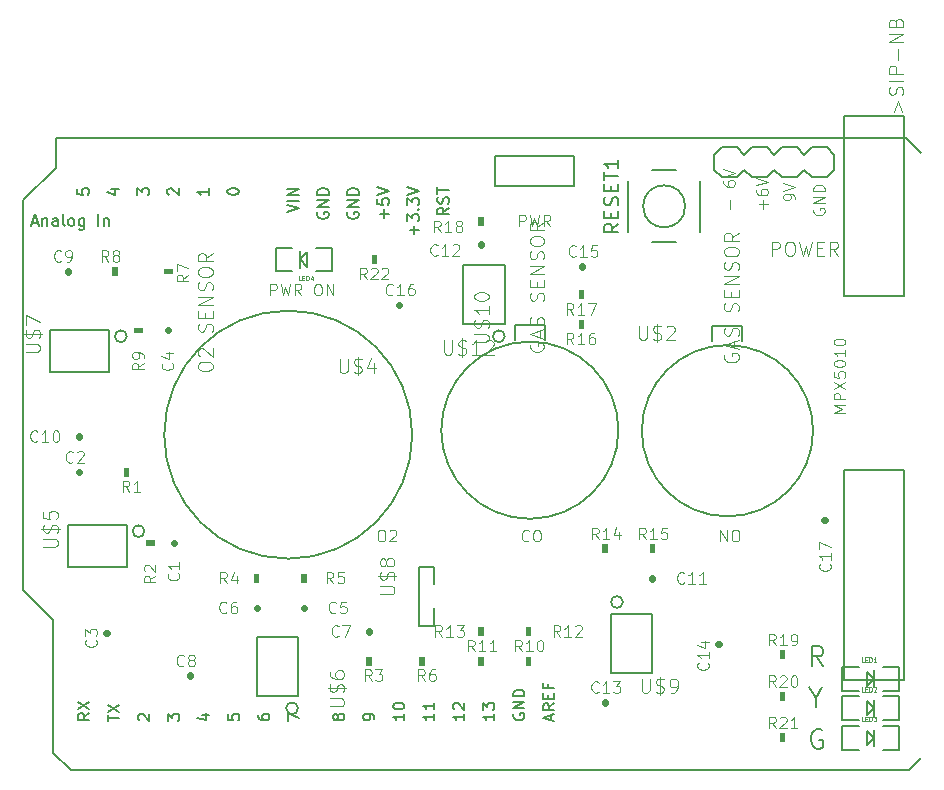
<source format=gbr>
G04 #@! TF.GenerationSoftware,KiCad,Pcbnew,(5.0.0)*
G04 #@! TF.CreationDate,2020-02-21T08:35:06-08:00*
G04 #@! TF.ProjectId,spirometer_v1_2psensors,737069726F6D657465725F76315F3270,rev?*
G04 #@! TF.SameCoordinates,Original*
G04 #@! TF.FileFunction,Legend,Top*
G04 #@! TF.FilePolarity,Positive*
%FSLAX46Y46*%
G04 Gerber Fmt 4.6, Leading zero omitted, Abs format (unit mm)*
G04 Created by KiCad (PCBNEW (5.0.0)) date 02/21/20 08:35:06*
%MOMM*%
%LPD*%
G01*
G04 APERTURE LIST*
%ADD10C,0.142240*%
%ADD11C,0.081280*%
%ADD12C,0.150000*%
%ADD13C,0.101600*%
%ADD14C,0.203200*%
%ADD15C,0.127000*%
%ADD16C,0.300000*%
%ADD17C,0.558800*%
%ADD18C,0.152400*%
%ADD19C,0.032512*%
%ADD20C,0.096520*%
%ADD21C,0.077216*%
G04 APERTURE END LIST*
D10*
X178210922Y-122923166D02*
X177647889Y-122118833D01*
X177245722Y-122923166D02*
X177245722Y-121234066D01*
X177889189Y-121234066D01*
X178050056Y-121314500D01*
X178130489Y-121394933D01*
X178210922Y-121555800D01*
X178210922Y-121797100D01*
X178130489Y-121957966D01*
X178050056Y-122038400D01*
X177889189Y-122118833D01*
X177245722Y-122118833D01*
X177567456Y-125618833D02*
X177567456Y-126423166D01*
X177004422Y-124734066D02*
X177567456Y-125618833D01*
X178130489Y-124734066D01*
X178130489Y-128314500D02*
X177969622Y-128234066D01*
X177728322Y-128234066D01*
X177487022Y-128314500D01*
X177326156Y-128475366D01*
X177245722Y-128636233D01*
X177165289Y-128957966D01*
X177165289Y-129199266D01*
X177245722Y-129521000D01*
X177326156Y-129681866D01*
X177487022Y-129842733D01*
X177728322Y-129923166D01*
X177889189Y-129923166D01*
X178130489Y-129842733D01*
X178210922Y-129762300D01*
X178210922Y-129199266D01*
X177889189Y-129199266D01*
D11*
X177437900Y-84205377D02*
X177391938Y-84297301D01*
X177391938Y-84435187D01*
X177437900Y-84573072D01*
X177529823Y-84664996D01*
X177621747Y-84710958D01*
X177805595Y-84756920D01*
X177943480Y-84756920D01*
X178127328Y-84710958D01*
X178219252Y-84664996D01*
X178311176Y-84573072D01*
X178357138Y-84435187D01*
X178357138Y-84343263D01*
X178311176Y-84205377D01*
X178265214Y-84159415D01*
X177943480Y-84159415D01*
X177943480Y-84343263D01*
X178357138Y-83745758D02*
X177391938Y-83745758D01*
X178357138Y-83194215D01*
X177391938Y-83194215D01*
X178357138Y-82734596D02*
X177391938Y-82734596D01*
X177391938Y-82504787D01*
X177437900Y-82366901D01*
X177529823Y-82274977D01*
X177621747Y-82229015D01*
X177805595Y-82183053D01*
X177943480Y-82183053D01*
X178127328Y-82229015D01*
X178219252Y-82274977D01*
X178311176Y-82366901D01*
X178357138Y-82504787D01*
X178357138Y-82734596D01*
X175821138Y-83402996D02*
X175821138Y-83219148D01*
X175775176Y-83127225D01*
X175729214Y-83081263D01*
X175591328Y-82989339D01*
X175407480Y-82943377D01*
X175039785Y-82943377D01*
X174947861Y-82989339D01*
X174901900Y-83035301D01*
X174855938Y-83127225D01*
X174855938Y-83311072D01*
X174901900Y-83402996D01*
X174947861Y-83448958D01*
X175039785Y-83494920D01*
X175269595Y-83494920D01*
X175361519Y-83448958D01*
X175407480Y-83402996D01*
X175453442Y-83311072D01*
X175453442Y-83127225D01*
X175407480Y-83035301D01*
X175361519Y-82989339D01*
X175269595Y-82943377D01*
X174855938Y-82667606D02*
X175821138Y-82345872D01*
X174855938Y-82024139D01*
X173159442Y-84210958D02*
X173159442Y-83475568D01*
X173527138Y-83843263D02*
X172791747Y-83843263D01*
X172561938Y-82602291D02*
X172561938Y-82786139D01*
X172607900Y-82878063D01*
X172653861Y-82924025D01*
X172791747Y-83015948D01*
X172975595Y-83061910D01*
X173343290Y-83061910D01*
X173435214Y-83015948D01*
X173481176Y-82969987D01*
X173527138Y-82878063D01*
X173527138Y-82694215D01*
X173481176Y-82602291D01*
X173435214Y-82556329D01*
X173343290Y-82510368D01*
X173113480Y-82510368D01*
X173021557Y-82556329D01*
X172975595Y-82602291D01*
X172929633Y-82694215D01*
X172929633Y-82878063D01*
X172975595Y-82969987D01*
X173021557Y-83015948D01*
X173113480Y-83061910D01*
X172561938Y-82234596D02*
X173527138Y-81912863D01*
X172561938Y-81591129D01*
X170369442Y-84210958D02*
X170369442Y-83475568D01*
X169771938Y-81866901D02*
X169771938Y-82050748D01*
X169817900Y-82142672D01*
X169863861Y-82188634D01*
X170001747Y-82280558D01*
X170185595Y-82326520D01*
X170553290Y-82326520D01*
X170645214Y-82280558D01*
X170691176Y-82234596D01*
X170737138Y-82142672D01*
X170737138Y-81958825D01*
X170691176Y-81866901D01*
X170645214Y-81820939D01*
X170553290Y-81774977D01*
X170323480Y-81774977D01*
X170231557Y-81820939D01*
X170185595Y-81866901D01*
X170139633Y-81958825D01*
X170139633Y-82142672D01*
X170185595Y-82234596D01*
X170231557Y-82280558D01*
X170323480Y-82326520D01*
X169771938Y-81499206D02*
X170737138Y-81177472D01*
X169771938Y-80855739D01*
X152483741Y-85697638D02*
X152483741Y-84732438D01*
X152851436Y-84732438D01*
X152943360Y-84778400D01*
X152989322Y-84824361D01*
X153035284Y-84916285D01*
X153035284Y-85054171D01*
X152989322Y-85146095D01*
X152943360Y-85192057D01*
X152851436Y-85238019D01*
X152483741Y-85238019D01*
X153357017Y-84732438D02*
X153586827Y-85697638D01*
X153770674Y-85008209D01*
X153954522Y-85697638D01*
X154184332Y-84732438D01*
X155103570Y-85697638D02*
X154781836Y-85238019D01*
X154552027Y-85697638D02*
X154552027Y-84732438D01*
X154919722Y-84732438D01*
X155011646Y-84778400D01*
X155057608Y-84824361D01*
X155103570Y-84916285D01*
X155103570Y-85054171D01*
X155057608Y-85146095D01*
X155011646Y-85192057D01*
X154919722Y-85238019D01*
X154552027Y-85238019D01*
X131401741Y-91539638D02*
X131401741Y-90574438D01*
X131769436Y-90574438D01*
X131861360Y-90620400D01*
X131907322Y-90666361D01*
X131953284Y-90758285D01*
X131953284Y-90896171D01*
X131907322Y-90988095D01*
X131861360Y-91034057D01*
X131769436Y-91080019D01*
X131401741Y-91080019D01*
X132275017Y-90574438D02*
X132504827Y-91539638D01*
X132688674Y-90850209D01*
X132872522Y-91539638D01*
X133102332Y-90574438D01*
X134021570Y-91539638D02*
X133699836Y-91080019D01*
X133470027Y-91539638D02*
X133470027Y-90574438D01*
X133837722Y-90574438D01*
X133929646Y-90620400D01*
X133975608Y-90666361D01*
X134021570Y-90758285D01*
X134021570Y-90896171D01*
X133975608Y-90988095D01*
X133929646Y-91034057D01*
X133837722Y-91080019D01*
X133470027Y-91080019D01*
X135354465Y-90574438D02*
X135538312Y-90574438D01*
X135630236Y-90620400D01*
X135722160Y-90712323D01*
X135768122Y-90896171D01*
X135768122Y-91217904D01*
X135722160Y-91401752D01*
X135630236Y-91493676D01*
X135538312Y-91539638D01*
X135354465Y-91539638D01*
X135262541Y-91493676D01*
X135170617Y-91401752D01*
X135124655Y-91217904D01*
X135124655Y-90896171D01*
X135170617Y-90712323D01*
X135262541Y-90620400D01*
X135354465Y-90574438D01*
X136181779Y-91539638D02*
X136181779Y-90574438D01*
X136733322Y-91539638D01*
X136733322Y-90574438D01*
X180095138Y-101462958D02*
X179129938Y-101462958D01*
X179819366Y-101141225D01*
X179129938Y-100819491D01*
X180095138Y-100819491D01*
X180095138Y-100359872D02*
X179129938Y-100359872D01*
X179129938Y-99992177D01*
X179175900Y-99900253D01*
X179221861Y-99854291D01*
X179313785Y-99808329D01*
X179451671Y-99808329D01*
X179543595Y-99854291D01*
X179589557Y-99900253D01*
X179635519Y-99992177D01*
X179635519Y-100359872D01*
X179129938Y-99486596D02*
X180095138Y-98843129D01*
X179129938Y-98843129D02*
X180095138Y-99486596D01*
X179129938Y-98015815D02*
X179129938Y-98475434D01*
X179589557Y-98521396D01*
X179543595Y-98475434D01*
X179497633Y-98383510D01*
X179497633Y-98153701D01*
X179543595Y-98061777D01*
X179589557Y-98015815D01*
X179681480Y-97969853D01*
X179911290Y-97969853D01*
X180003214Y-98015815D01*
X180049176Y-98061777D01*
X180095138Y-98153701D01*
X180095138Y-98383510D01*
X180049176Y-98475434D01*
X180003214Y-98521396D01*
X179129938Y-97372348D02*
X179129938Y-97280425D01*
X179175900Y-97188501D01*
X179221861Y-97142539D01*
X179313785Y-97096577D01*
X179497633Y-97050615D01*
X179727442Y-97050615D01*
X179911290Y-97096577D01*
X180003214Y-97142539D01*
X180049176Y-97188501D01*
X180095138Y-97280425D01*
X180095138Y-97372348D01*
X180049176Y-97464272D01*
X180003214Y-97510234D01*
X179911290Y-97556196D01*
X179727442Y-97602158D01*
X179497633Y-97602158D01*
X179313785Y-97556196D01*
X179221861Y-97510234D01*
X179175900Y-97464272D01*
X179129938Y-97372348D01*
X180095138Y-96131377D02*
X180095138Y-96682920D01*
X180095138Y-96407148D02*
X179129938Y-96407148D01*
X179267823Y-96499072D01*
X179359747Y-96590996D01*
X179405709Y-96682920D01*
X179129938Y-95533872D02*
X179129938Y-95441948D01*
X179175900Y-95350025D01*
X179221861Y-95304063D01*
X179313785Y-95258101D01*
X179497633Y-95212139D01*
X179727442Y-95212139D01*
X179911290Y-95258101D01*
X180003214Y-95304063D01*
X180049176Y-95350025D01*
X180095138Y-95441948D01*
X180095138Y-95533872D01*
X180049176Y-95625796D01*
X180003214Y-95671758D01*
X179911290Y-95717720D01*
X179727442Y-95763682D01*
X179497633Y-95763682D01*
X179313785Y-95717720D01*
X179221861Y-95671758D01*
X179175900Y-95625796D01*
X179129938Y-95533872D01*
X153289284Y-112275714D02*
X153243322Y-112321676D01*
X153105436Y-112367638D01*
X153013512Y-112367638D01*
X152875627Y-112321676D01*
X152783703Y-112229752D01*
X152737741Y-112137828D01*
X152691779Y-111953980D01*
X152691779Y-111816095D01*
X152737741Y-111632247D01*
X152783703Y-111540323D01*
X152875627Y-111448400D01*
X153013512Y-111402438D01*
X153105436Y-111402438D01*
X153243322Y-111448400D01*
X153289284Y-111494361D01*
X153886789Y-111402438D02*
X154070636Y-111402438D01*
X154162560Y-111448400D01*
X154254484Y-111540323D01*
X154300446Y-111724171D01*
X154300446Y-112045904D01*
X154254484Y-112229752D01*
X154162560Y-112321676D01*
X154070636Y-112367638D01*
X153886789Y-112367638D01*
X153794865Y-112321676D01*
X153702941Y-112229752D01*
X153656979Y-112045904D01*
X153656979Y-111724171D01*
X153702941Y-111540323D01*
X153794865Y-111448400D01*
X153886789Y-111402438D01*
X169501741Y-112367638D02*
X169501741Y-111402438D01*
X170053284Y-112367638D01*
X170053284Y-111402438D01*
X170696751Y-111402438D02*
X170880598Y-111402438D01*
X170972522Y-111448400D01*
X171064446Y-111540323D01*
X171110408Y-111724171D01*
X171110408Y-112045904D01*
X171064446Y-112229752D01*
X170972522Y-112321676D01*
X170880598Y-112367638D01*
X170696751Y-112367638D01*
X170604827Y-112321676D01*
X170512903Y-112229752D01*
X170466941Y-112045904D01*
X170466941Y-111724171D01*
X170512903Y-111540323D01*
X170604827Y-111448400D01*
X170696751Y-111402438D01*
X140729589Y-111402438D02*
X140913436Y-111402438D01*
X141005360Y-111448400D01*
X141097284Y-111540323D01*
X141143246Y-111724171D01*
X141143246Y-112045904D01*
X141097284Y-112229752D01*
X141005360Y-112321676D01*
X140913436Y-112367638D01*
X140729589Y-112367638D01*
X140637665Y-112321676D01*
X140545741Y-112229752D01*
X140499779Y-112045904D01*
X140499779Y-111724171D01*
X140545741Y-111540323D01*
X140637665Y-111448400D01*
X140729589Y-111402438D01*
X141510941Y-111494361D02*
X141556903Y-111448400D01*
X141648827Y-111402438D01*
X141878636Y-111402438D01*
X141970560Y-111448400D01*
X142016522Y-111494361D01*
X142062484Y-111586285D01*
X142062484Y-111678209D01*
X142016522Y-111816095D01*
X141464979Y-112367638D01*
X142062484Y-112367638D01*
D12*
X110501100Y-116503600D02*
X113001100Y-119003600D01*
X113001100Y-119003600D02*
X113001100Y-130253600D01*
X113001100Y-130253600D02*
X114501100Y-131753600D01*
X114501100Y-131753600D02*
X185501100Y-131753600D01*
X185501100Y-131753600D02*
X186501100Y-130753600D01*
X186501100Y-79503600D02*
X185251100Y-78253600D01*
X185251100Y-78253600D02*
X113251100Y-78253600D01*
X113251100Y-78253600D02*
X113251100Y-80753600D01*
X113251100Y-80753600D02*
X110501100Y-83503600D01*
X110501100Y-83503600D02*
X110501100Y-116503600D01*
D13*
X173854401Y-88196147D02*
X173854401Y-86989647D01*
X174314020Y-86989647D01*
X174428925Y-87047100D01*
X174486378Y-87104552D01*
X174543830Y-87219457D01*
X174543830Y-87391814D01*
X174486378Y-87506719D01*
X174428925Y-87564171D01*
X174314020Y-87621623D01*
X173854401Y-87621623D01*
X175290711Y-86989647D02*
X175520520Y-86989647D01*
X175635425Y-87047100D01*
X175750330Y-87162004D01*
X175807782Y-87391814D01*
X175807782Y-87793980D01*
X175750330Y-88023790D01*
X175635425Y-88138695D01*
X175520520Y-88196147D01*
X175290711Y-88196147D01*
X175175806Y-88138695D01*
X175060901Y-88023790D01*
X175003449Y-87793980D01*
X175003449Y-87391814D01*
X175060901Y-87162004D01*
X175175806Y-87047100D01*
X175290711Y-86989647D01*
X176209949Y-86989647D02*
X176497211Y-88196147D01*
X176727020Y-87334361D01*
X176956830Y-88196147D01*
X177244092Y-86989647D01*
X177703711Y-87564171D02*
X178105878Y-87564171D01*
X178278235Y-88196147D02*
X177703711Y-88196147D01*
X177703711Y-86989647D01*
X178278235Y-86989647D01*
X179484735Y-88196147D02*
X179082568Y-87621623D01*
X178795306Y-88196147D02*
X178795306Y-86989647D01*
X179254925Y-86989647D01*
X179369830Y-87047100D01*
X179427282Y-87104552D01*
X179484735Y-87219457D01*
X179484735Y-87391814D01*
X179427282Y-87506719D01*
X179369830Y-87564171D01*
X179254925Y-87621623D01*
X178795306Y-87621623D01*
D14*
G04 #@! TO.C,JP1*
X179141100Y-79618600D02*
X179141100Y-80888600D01*
X170886100Y-81523600D02*
X169616100Y-81523600D01*
X168981100Y-80888600D02*
X169616100Y-81523600D01*
X169616100Y-78983600D02*
X168981100Y-79618600D01*
X168981100Y-79618600D02*
X168981100Y-80888600D01*
X172156100Y-81523600D02*
X171521100Y-80888600D01*
X173426100Y-81523600D02*
X172156100Y-81523600D01*
X174061100Y-80888600D02*
X173426100Y-81523600D01*
X173426100Y-78983600D02*
X174061100Y-79618600D01*
X172156100Y-78983600D02*
X173426100Y-78983600D01*
X171521100Y-79618600D02*
X172156100Y-78983600D01*
X171521100Y-80888600D02*
X170886100Y-81523600D01*
X170886100Y-78983600D02*
X171521100Y-79618600D01*
X169616100Y-78983600D02*
X170886100Y-78983600D01*
X178506100Y-81523600D02*
X177236100Y-81523600D01*
X176601100Y-80888600D02*
X177236100Y-81523600D01*
X177236100Y-78983600D02*
X176601100Y-79618600D01*
X174696100Y-81523600D02*
X174061100Y-80888600D01*
X175966100Y-81523600D02*
X174696100Y-81523600D01*
X176601100Y-80888600D02*
X175966100Y-81523600D01*
X175966100Y-78983600D02*
X176601100Y-79618600D01*
X174696100Y-78983600D02*
X175966100Y-78983600D01*
X174061100Y-79618600D02*
X174696100Y-78983600D01*
X179141100Y-80888600D02*
X178506100Y-81523600D01*
X178506100Y-78983600D02*
X179141100Y-79618600D01*
X177236100Y-78983600D02*
X178506100Y-78983600D01*
G04 #@! TO.C,LED1*
X181951100Y-124603600D02*
X182551100Y-124003600D01*
X181951100Y-123403600D02*
X181951100Y-124603600D01*
X182551100Y-124003600D02*
X181951100Y-123403600D01*
X182551100Y-124003600D02*
X182551100Y-124703600D01*
X182551100Y-123303600D02*
X182551100Y-124003600D01*
X184651100Y-125003600D02*
X183251100Y-125003600D01*
X184651100Y-123003600D02*
X184651100Y-125003600D01*
X183251100Y-123003600D02*
X184651100Y-123003600D01*
X179851100Y-125003600D02*
X181251100Y-125003600D01*
X179851100Y-123003600D02*
X179851100Y-125003600D01*
X181251100Y-123003600D02*
X179851100Y-123003600D01*
G04 #@! TO.C,LED2*
X181951100Y-127103600D02*
X182551100Y-126503600D01*
X181951100Y-125903600D02*
X181951100Y-127103600D01*
X182551100Y-126503600D02*
X181951100Y-125903600D01*
X182551100Y-126503600D02*
X182551100Y-127203600D01*
X182551100Y-125803600D02*
X182551100Y-126503600D01*
X184651100Y-127503600D02*
X183251100Y-127503600D01*
X184651100Y-125503600D02*
X184651100Y-127503600D01*
X183251100Y-125503600D02*
X184651100Y-125503600D01*
X179851100Y-127503600D02*
X181251100Y-127503600D01*
X179851100Y-125503600D02*
X179851100Y-127503600D01*
X181251100Y-125503600D02*
X179851100Y-125503600D01*
G04 #@! TO.C,LED3*
X181951100Y-129603600D02*
X182551100Y-129003600D01*
X181951100Y-128403600D02*
X181951100Y-129603600D01*
X182551100Y-129003600D02*
X181951100Y-128403600D01*
X182551100Y-129003600D02*
X182551100Y-129703600D01*
X182551100Y-128303600D02*
X182551100Y-129003600D01*
X184651100Y-130003600D02*
X183251100Y-130003600D01*
X184651100Y-128003600D02*
X184651100Y-130003600D01*
X183251100Y-128003600D02*
X184651100Y-128003600D01*
X179851100Y-130003600D02*
X181251100Y-130003600D01*
X179851100Y-128003600D02*
X179851100Y-130003600D01*
X181251100Y-128003600D02*
X179851100Y-128003600D01*
G04 #@! TO.C,RESET1*
X166529100Y-84003600D02*
G75*
G03X166529100Y-84003600I-1778000J0D01*
G01*
X163723100Y-87051600D02*
X165767100Y-87051600D01*
X163753100Y-80955600D02*
X165767100Y-80955600D01*
X167799100Y-86162600D02*
X167799100Y-81844600D01*
X161703100Y-81844600D02*
X161703100Y-86162600D01*
D15*
G04 #@! TO.C,U$1*
X150401100Y-82303600D02*
X157101100Y-82303600D01*
X150401100Y-79703600D02*
X150401100Y-82303600D01*
X157101100Y-79703600D02*
X150401100Y-79703600D01*
X157101100Y-82303600D02*
X157101100Y-79703600D01*
G04 #@! TO.C,U$4*
X143423100Y-103335600D02*
G75*
G03X143423100Y-103335600I-10500000J0D01*
G01*
G04 #@! TO.C,U$5*
X120751100Y-111503600D02*
G75*
G03X120751100Y-111503600I-500000J0D01*
G01*
X114251100Y-111003600D02*
X114251100Y-114503600D01*
X119251100Y-111003600D02*
X114251100Y-111003600D01*
X119251100Y-114503600D02*
X119251100Y-111003600D01*
X114251100Y-114503600D02*
X119251100Y-114503600D01*
D16*
G04 #@! TO.C,R1*
G36*
X119479700Y-106122600D02*
X119022500Y-106122600D01*
X119022500Y-106884600D01*
X119479700Y-106884600D01*
X119479700Y-106122600D01*
G37*
G04 #@! TO.C,R2*
G36*
X120870100Y-112275000D02*
X120870100Y-112732200D01*
X121632100Y-112732200D01*
X121632100Y-112275000D01*
X120870100Y-112275000D01*
G37*
D17*
G04 #@! TO.C,C1*
X123281600Y-112503600D02*
X123220600Y-112503600D01*
G04 #@! TO.C,C2*
X115251100Y-106473100D02*
X115251100Y-106534100D01*
G04 #@! TO.C,C3*
X117495400Y-120146800D02*
X117556400Y-120146800D01*
D15*
G04 #@! TO.C,U$6*
X133751100Y-126503600D02*
G75*
G03X133751100Y-126503600I-500000J0D01*
G01*
X133751100Y-120503600D02*
X130251100Y-120503600D01*
X133751100Y-125503600D02*
X133751100Y-120503600D01*
X130251100Y-125503600D02*
X133751100Y-125503600D01*
X130251100Y-120503600D02*
X130251100Y-125503600D01*
G04 #@! TO.C,U$7*
X119251100Y-95003600D02*
G75*
G03X119251100Y-95003600I-500000J0D01*
G01*
X112751100Y-94503600D02*
X112751100Y-98003600D01*
X117751100Y-94503600D02*
X112751100Y-94503600D01*
X117751100Y-98003600D02*
X117751100Y-94503600D01*
X112751100Y-98003600D02*
X117751100Y-98003600D01*
G04 #@! TO.C,U$8*
X145251100Y-119503600D02*
X145251100Y-118003600D01*
X144001100Y-119503600D02*
X145251100Y-119503600D01*
X144001100Y-114503600D02*
X144001100Y-119503600D01*
X145251100Y-114503600D02*
X144001100Y-114503600D01*
X145251100Y-116003600D02*
X145251100Y-114503600D01*
D16*
G04 #@! TO.C,R3*
G36*
X139979700Y-122122600D02*
X139522500Y-122122600D01*
X139522500Y-122884600D01*
X139979700Y-122884600D01*
X139979700Y-122122600D01*
G37*
G04 #@! TO.C,R4*
G36*
X130479700Y-115122600D02*
X130022500Y-115122600D01*
X130022500Y-115884600D01*
X130479700Y-115884600D01*
X130479700Y-115122600D01*
G37*
G04 #@! TO.C,R5*
G36*
X134479700Y-115122600D02*
X134022500Y-115122600D01*
X134022500Y-115884600D01*
X134479700Y-115884600D01*
X134479700Y-115122600D01*
G37*
G04 #@! TO.C,R6*
G36*
X144479700Y-122122600D02*
X144022500Y-122122600D01*
X144022500Y-122884600D01*
X144479700Y-122884600D01*
X144479700Y-122122600D01*
G37*
G04 #@! TO.C,R7*
G36*
X122370100Y-89275000D02*
X122370100Y-89732200D01*
X123132100Y-89732200D01*
X123132100Y-89275000D01*
X122370100Y-89275000D01*
G37*
G04 #@! TO.C,R8*
G36*
X118022500Y-89884600D02*
X118479700Y-89884600D01*
X118479700Y-89122600D01*
X118022500Y-89122600D01*
X118022500Y-89884600D01*
G37*
G04 #@! TO.C,R9*
G36*
X119870100Y-94275000D02*
X119870100Y-94732200D01*
X120632100Y-94732200D01*
X120632100Y-94275000D01*
X119870100Y-94275000D01*
G37*
D17*
G04 #@! TO.C,C4*
X122781600Y-94503600D02*
X122720600Y-94503600D01*
G04 #@! TO.C,C5*
X134251100Y-118034100D02*
X134251100Y-117973100D01*
G04 #@! TO.C,C6*
X130251100Y-117973100D02*
X130251100Y-118034100D01*
G04 #@! TO.C,C7*
X139751100Y-119973100D02*
X139751100Y-120034100D01*
G04 #@! TO.C,C8*
X124649500Y-123719100D02*
X124649500Y-123780100D01*
G04 #@! TO.C,C9*
X114251100Y-89473100D02*
X114251100Y-89534100D01*
G04 #@! TO.C,C10*
X115251100Y-103534100D02*
X115251100Y-103473100D01*
D15*
G04 #@! TO.C,U$9*
X161251100Y-117503600D02*
G75*
G03X161251100Y-117503600I-500000J0D01*
G01*
X160251100Y-123503600D02*
X163751100Y-123503600D01*
X160251100Y-118503600D02*
X160251100Y-123503600D01*
X163751100Y-118503600D02*
X160251100Y-118503600D01*
X163751100Y-123503600D02*
X163751100Y-118503600D01*
G04 #@! TO.C,U$10*
X151251100Y-95003600D02*
G75*
G03X151251100Y-95003600I-500000J0D01*
G01*
X151251100Y-89003600D02*
X147751100Y-89003600D01*
X151251100Y-94003600D02*
X151251100Y-89003600D01*
X147751100Y-94003600D02*
X151251100Y-94003600D01*
X147751100Y-89003600D02*
X147751100Y-94003600D01*
D16*
G04 #@! TO.C,R10*
G36*
X153022500Y-122884600D02*
X153479700Y-122884600D01*
X153479700Y-122122600D01*
X153022500Y-122122600D01*
X153022500Y-122884600D01*
G37*
G04 #@! TO.C,R11*
G36*
X149022500Y-122884600D02*
X149479700Y-122884600D01*
X149479700Y-122122600D01*
X149022500Y-122122600D01*
X149022500Y-122884600D01*
G37*
G04 #@! TO.C,R12*
G36*
X153022500Y-120384600D02*
X153479700Y-120384600D01*
X153479700Y-119622600D01*
X153022500Y-119622600D01*
X153022500Y-120384600D01*
G37*
G04 #@! TO.C,R13*
G36*
X149022500Y-120384600D02*
X149479700Y-120384600D01*
X149479700Y-119622600D01*
X149022500Y-119622600D01*
X149022500Y-120384600D01*
G37*
G04 #@! TO.C,R14*
G36*
X159522500Y-113384600D02*
X159979700Y-113384600D01*
X159979700Y-112622600D01*
X159522500Y-112622600D01*
X159522500Y-113384600D01*
G37*
G04 #@! TO.C,R15*
G36*
X163522500Y-113384600D02*
X163979700Y-113384600D01*
X163979700Y-112622600D01*
X163522500Y-112622600D01*
X163522500Y-113384600D01*
G37*
G04 #@! TO.C,R16*
G36*
X157979700Y-93622600D02*
X157522500Y-93622600D01*
X157522500Y-94384600D01*
X157979700Y-94384600D01*
X157979700Y-93622600D01*
G37*
G04 #@! TO.C,R17*
G36*
X157979700Y-91122600D02*
X157522500Y-91122600D01*
X157522500Y-91884600D01*
X157979700Y-91884600D01*
X157979700Y-91122600D01*
G37*
G04 #@! TO.C,R18*
G36*
X149479700Y-84872600D02*
X149022500Y-84872600D01*
X149022500Y-85634600D01*
X149479700Y-85634600D01*
X149479700Y-84872600D01*
G37*
D17*
G04 #@! TO.C,C11*
X163751100Y-115473100D02*
X163751100Y-115534100D01*
G04 #@! TO.C,C12*
X149251100Y-87284100D02*
X149251100Y-87223100D01*
G04 #@! TO.C,C13*
X159751100Y-125973100D02*
X159751100Y-126034100D01*
G04 #@! TO.C,C14*
X169315000Y-121097600D02*
X169376000Y-121097600D01*
G04 #@! TO.C,C15*
X157827100Y-89057100D02*
X157827100Y-89118100D01*
G04 #@! TO.C,C16*
X142333100Y-92319100D02*
X142333100Y-92380100D01*
D16*
G04 #@! TO.C,R19*
G36*
X174522500Y-122368600D02*
X174979700Y-122368600D01*
X174979700Y-121606600D01*
X174522500Y-121606600D01*
X174522500Y-122368600D01*
G37*
G04 #@! TO.C,R20*
G36*
X174522500Y-125876600D02*
X174979700Y-125876600D01*
X174979700Y-125114600D01*
X174522500Y-125114600D01*
X174522500Y-125876600D01*
G37*
G04 #@! TO.C,R21*
G36*
X174522500Y-129384600D02*
X174979700Y-129384600D01*
X174979700Y-128622600D01*
X174522500Y-128622600D01*
X174522500Y-129384600D01*
G37*
D15*
G04 #@! TO.C,U$11*
X179961100Y-106363600D02*
X179961100Y-124143600D01*
X185041100Y-106363600D02*
X179961100Y-106363600D01*
X185041100Y-124143600D02*
X185041100Y-106363600D01*
X179961100Y-124143600D02*
X185041100Y-124143600D01*
D17*
G04 #@! TO.C,C17*
X178376400Y-110536000D02*
X178315400Y-110536000D01*
D14*
G04 #@! TO.C,LED4*
X134551100Y-87903600D02*
X133951100Y-88503600D01*
X134551100Y-89103600D02*
X134551100Y-87903600D01*
X133951100Y-88503600D02*
X134551100Y-89103600D01*
X133951100Y-88503600D02*
X133951100Y-87803600D01*
X133951100Y-89203600D02*
X133951100Y-88503600D01*
X131851100Y-87503600D02*
X133251100Y-87503600D01*
X131851100Y-89503600D02*
X131851100Y-87503600D01*
X133251100Y-89503600D02*
X131851100Y-89503600D01*
X136651100Y-87503600D02*
X135251100Y-87503600D01*
X136651100Y-89503600D02*
X136651100Y-87503600D01*
X135251100Y-89503600D02*
X136651100Y-89503600D01*
D16*
G04 #@! TO.C,R22*
G36*
X140479700Y-88122600D02*
X140022500Y-88122600D01*
X140022500Y-88884600D01*
X140479700Y-88884600D01*
X140479700Y-88122600D01*
G37*
D15*
G04 #@! TO.C,U$12*
X152111100Y-94068600D02*
X152111100Y-95338600D01*
X154651100Y-94068600D02*
X152111100Y-94068600D01*
X154651100Y-95338600D02*
X154651100Y-94068600D01*
X160881100Y-102958600D02*
G75*
G03X160881100Y-102958600I-7500000J0D01*
G01*
G04 #@! TO.C,U$2*
X171381100Y-94113600D02*
X171381100Y-95383600D01*
X168841100Y-94113600D02*
X171381100Y-94113600D01*
X168841100Y-95383600D02*
X168841100Y-94113600D01*
X177361100Y-103003600D02*
G75*
G03X177361100Y-103003600I-7250000J0D01*
G01*
G04 #@! TO.C,U$3*
X179961100Y-76363600D02*
X185041100Y-76363600D01*
X179961100Y-91603600D02*
X179961100Y-76363600D01*
X185041100Y-91603600D02*
X179961100Y-91603600D01*
X185041100Y-76363600D02*
X185041100Y-91603600D01*
G04 #@! TO.C,U1*
D18*
X116093138Y-126923187D02*
X115633519Y-127244920D01*
X116093138Y-127474730D02*
X115127938Y-127474730D01*
X115127938Y-127107035D01*
X115173900Y-127015111D01*
X115219861Y-126969149D01*
X115311785Y-126923187D01*
X115449671Y-126923187D01*
X115541595Y-126969149D01*
X115587557Y-127015111D01*
X115633519Y-127107035D01*
X115633519Y-127474730D01*
X115127938Y-126601454D02*
X116093138Y-125957987D01*
X115127938Y-125957987D02*
X116093138Y-126601454D01*
X117667938Y-127612616D02*
X117667938Y-127061073D01*
X118633138Y-127336844D02*
X117667938Y-127336844D01*
X117667938Y-126831263D02*
X118633138Y-126187797D01*
X117667938Y-126187797D02*
X118633138Y-126831263D01*
X120299861Y-127520692D02*
X120253900Y-127474730D01*
X120207938Y-127382806D01*
X120207938Y-127152997D01*
X120253900Y-127061073D01*
X120299861Y-127015111D01*
X120391785Y-126969149D01*
X120483709Y-126969149D01*
X120621595Y-127015111D01*
X121173138Y-127566654D01*
X121173138Y-126969149D01*
X122747938Y-127566654D02*
X122747938Y-126969149D01*
X123115633Y-127290882D01*
X123115633Y-127152997D01*
X123161595Y-127061073D01*
X123207557Y-127015111D01*
X123299480Y-126969149D01*
X123529290Y-126969149D01*
X123621214Y-127015111D01*
X123667176Y-127061073D01*
X123713138Y-127152997D01*
X123713138Y-127428768D01*
X123667176Y-127520692D01*
X123621214Y-127566654D01*
X125609671Y-127061073D02*
X126253138Y-127061073D01*
X125241976Y-127290882D02*
X125931404Y-127520692D01*
X125931404Y-126923187D01*
X127827938Y-127015111D02*
X127827938Y-127474730D01*
X128287557Y-127520692D01*
X128241595Y-127474730D01*
X128195633Y-127382806D01*
X128195633Y-127152997D01*
X128241595Y-127061073D01*
X128287557Y-127015111D01*
X128379480Y-126969149D01*
X128609290Y-126969149D01*
X128701214Y-127015111D01*
X128747176Y-127061073D01*
X128793138Y-127152997D01*
X128793138Y-127382806D01*
X128747176Y-127474730D01*
X128701214Y-127520692D01*
X130367938Y-127061073D02*
X130367938Y-127244920D01*
X130413900Y-127336844D01*
X130459861Y-127382806D01*
X130597747Y-127474730D01*
X130781595Y-127520692D01*
X131149290Y-127520692D01*
X131241214Y-127474730D01*
X131287176Y-127428768D01*
X131333138Y-127336844D01*
X131333138Y-127152997D01*
X131287176Y-127061073D01*
X131241214Y-127015111D01*
X131149290Y-126969149D01*
X130919480Y-126969149D01*
X130827557Y-127015111D01*
X130781595Y-127061073D01*
X130735633Y-127152997D01*
X130735633Y-127336844D01*
X130781595Y-127428768D01*
X130827557Y-127474730D01*
X130919480Y-127520692D01*
X132907938Y-127566654D02*
X132907938Y-126923187D01*
X133873138Y-127336844D01*
X137131595Y-127336844D02*
X137085633Y-127428768D01*
X137039671Y-127474730D01*
X136947747Y-127520692D01*
X136901785Y-127520692D01*
X136809861Y-127474730D01*
X136763900Y-127428768D01*
X136717938Y-127336844D01*
X136717938Y-127152997D01*
X136763900Y-127061073D01*
X136809861Y-127015111D01*
X136901785Y-126969149D01*
X136947747Y-126969149D01*
X137039671Y-127015111D01*
X137085633Y-127061073D01*
X137131595Y-127152997D01*
X137131595Y-127336844D01*
X137177557Y-127428768D01*
X137223519Y-127474730D01*
X137315442Y-127520692D01*
X137499290Y-127520692D01*
X137591214Y-127474730D01*
X137637176Y-127428768D01*
X137683138Y-127336844D01*
X137683138Y-127152997D01*
X137637176Y-127061073D01*
X137591214Y-127015111D01*
X137499290Y-126969149D01*
X137315442Y-126969149D01*
X137223519Y-127015111D01*
X137177557Y-127061073D01*
X137131595Y-127152997D01*
X140223138Y-127428768D02*
X140223138Y-127244920D01*
X140177176Y-127152997D01*
X140131214Y-127107035D01*
X139993328Y-127015111D01*
X139809480Y-126969149D01*
X139441785Y-126969149D01*
X139349861Y-127015111D01*
X139303900Y-127061073D01*
X139257938Y-127152997D01*
X139257938Y-127336844D01*
X139303900Y-127428768D01*
X139349861Y-127474730D01*
X139441785Y-127520692D01*
X139671595Y-127520692D01*
X139763519Y-127474730D01*
X139809480Y-127428768D01*
X139855442Y-127336844D01*
X139855442Y-127152997D01*
X139809480Y-127061073D01*
X139763519Y-127015111D01*
X139671595Y-126969149D01*
X142763138Y-126969149D02*
X142763138Y-127520692D01*
X142763138Y-127244920D02*
X141797938Y-127244920D01*
X141935823Y-127336844D01*
X142027747Y-127428768D01*
X142073709Y-127520692D01*
X141797938Y-126371644D02*
X141797938Y-126279720D01*
X141843900Y-126187797D01*
X141889861Y-126141835D01*
X141981785Y-126095873D01*
X142165633Y-126049911D01*
X142395442Y-126049911D01*
X142579290Y-126095873D01*
X142671214Y-126141835D01*
X142717176Y-126187797D01*
X142763138Y-126279720D01*
X142763138Y-126371644D01*
X142717176Y-126463568D01*
X142671214Y-126509530D01*
X142579290Y-126555492D01*
X142395442Y-126601454D01*
X142165633Y-126601454D01*
X141981785Y-126555492D01*
X141889861Y-126509530D01*
X141843900Y-126463568D01*
X141797938Y-126371644D01*
X155187366Y-127520692D02*
X155187366Y-127061073D01*
X155463138Y-127612616D02*
X154497938Y-127290882D01*
X155463138Y-126969149D01*
X155463138Y-126095873D02*
X155003519Y-126417606D01*
X155463138Y-126647416D02*
X154497938Y-126647416D01*
X154497938Y-126279720D01*
X154543900Y-126187797D01*
X154589861Y-126141835D01*
X154681785Y-126095873D01*
X154819671Y-126095873D01*
X154911595Y-126141835D01*
X154957557Y-126187797D01*
X155003519Y-126279720D01*
X155003519Y-126647416D01*
X154957557Y-125682216D02*
X154957557Y-125360482D01*
X155463138Y-125222597D02*
X155463138Y-125682216D01*
X154497938Y-125682216D01*
X154497938Y-125222597D01*
X154957557Y-124487206D02*
X154957557Y-124808940D01*
X155463138Y-124808940D02*
X154497938Y-124808940D01*
X154497938Y-124349320D01*
X145303138Y-126969149D02*
X145303138Y-127520692D01*
X145303138Y-127244920D02*
X144337938Y-127244920D01*
X144475823Y-127336844D01*
X144567747Y-127428768D01*
X144613709Y-127520692D01*
X145303138Y-126049911D02*
X145303138Y-126601454D01*
X145303138Y-126325682D02*
X144337938Y-126325682D01*
X144475823Y-126417606D01*
X144567747Y-126509530D01*
X144613709Y-126601454D01*
X147843138Y-126969149D02*
X147843138Y-127520692D01*
X147843138Y-127244920D02*
X146877938Y-127244920D01*
X147015823Y-127336844D01*
X147107747Y-127428768D01*
X147153709Y-127520692D01*
X146969861Y-126601454D02*
X146923900Y-126555492D01*
X146877938Y-126463568D01*
X146877938Y-126233759D01*
X146923900Y-126141835D01*
X146969861Y-126095873D01*
X147061785Y-126049911D01*
X147153709Y-126049911D01*
X147291595Y-126095873D01*
X147843138Y-126647416D01*
X147843138Y-126049911D01*
X150383138Y-126969149D02*
X150383138Y-127520692D01*
X150383138Y-127244920D02*
X149417938Y-127244920D01*
X149555823Y-127336844D01*
X149647747Y-127428768D01*
X149693709Y-127520692D01*
X149417938Y-126647416D02*
X149417938Y-126049911D01*
X149785633Y-126371644D01*
X149785633Y-126233759D01*
X149831595Y-126141835D01*
X149877557Y-126095873D01*
X149969480Y-126049911D01*
X150199290Y-126049911D01*
X150291214Y-126095873D01*
X150337176Y-126141835D01*
X150383138Y-126233759D01*
X150383138Y-126509530D01*
X150337176Y-126601454D01*
X150291214Y-126647416D01*
X152003900Y-126969149D02*
X151957938Y-127061073D01*
X151957938Y-127198959D01*
X152003900Y-127336844D01*
X152095823Y-127428768D01*
X152187747Y-127474730D01*
X152371595Y-127520692D01*
X152509480Y-127520692D01*
X152693328Y-127474730D01*
X152785252Y-127428768D01*
X152877176Y-127336844D01*
X152923138Y-127198959D01*
X152923138Y-127107035D01*
X152877176Y-126969149D01*
X152831214Y-126923187D01*
X152509480Y-126923187D01*
X152509480Y-127107035D01*
X152923138Y-126509530D02*
X151957938Y-126509530D01*
X152923138Y-125957987D01*
X151957938Y-125957987D01*
X152923138Y-125498368D02*
X151957938Y-125498368D01*
X151957938Y-125268559D01*
X152003900Y-125130673D01*
X152095823Y-125038749D01*
X152187747Y-124992787D01*
X152371595Y-124946825D01*
X152509480Y-124946825D01*
X152693328Y-124992787D01*
X152785252Y-125038749D01*
X152877176Y-125130673D01*
X152923138Y-125268559D01*
X152923138Y-125498368D01*
X111234601Y-85381366D02*
X111694220Y-85381366D01*
X111142678Y-85657138D02*
X111464411Y-84691938D01*
X111786144Y-85657138D01*
X112107878Y-85013671D02*
X112107878Y-85657138D01*
X112107878Y-85105595D02*
X112153840Y-85059633D01*
X112245763Y-85013671D01*
X112383649Y-85013671D01*
X112475573Y-85059633D01*
X112521535Y-85151557D01*
X112521535Y-85657138D01*
X113394811Y-85657138D02*
X113394811Y-85151557D01*
X113348849Y-85059633D01*
X113256925Y-85013671D01*
X113073078Y-85013671D01*
X112981154Y-85059633D01*
X113394811Y-85611176D02*
X113302887Y-85657138D01*
X113073078Y-85657138D01*
X112981154Y-85611176D01*
X112935192Y-85519252D01*
X112935192Y-85427328D01*
X112981154Y-85335404D01*
X113073078Y-85289442D01*
X113302887Y-85289442D01*
X113394811Y-85243480D01*
X113992316Y-85657138D02*
X113900392Y-85611176D01*
X113854430Y-85519252D01*
X113854430Y-84691938D01*
X114497897Y-85657138D02*
X114405973Y-85611176D01*
X114360011Y-85565214D01*
X114314049Y-85473290D01*
X114314049Y-85197519D01*
X114360011Y-85105595D01*
X114405973Y-85059633D01*
X114497897Y-85013671D01*
X114635782Y-85013671D01*
X114727706Y-85059633D01*
X114773668Y-85105595D01*
X114819630Y-85197519D01*
X114819630Y-85473290D01*
X114773668Y-85565214D01*
X114727706Y-85611176D01*
X114635782Y-85657138D01*
X114497897Y-85657138D01*
X115646944Y-85013671D02*
X115646944Y-85795023D01*
X115600982Y-85886947D01*
X115555020Y-85932909D01*
X115463097Y-85978871D01*
X115325211Y-85978871D01*
X115233287Y-85932909D01*
X115646944Y-85611176D02*
X115555020Y-85657138D01*
X115371173Y-85657138D01*
X115279249Y-85611176D01*
X115233287Y-85565214D01*
X115187325Y-85473290D01*
X115187325Y-85197519D01*
X115233287Y-85105595D01*
X115279249Y-85059633D01*
X115371173Y-85013671D01*
X115555020Y-85013671D01*
X115646944Y-85059633D01*
X116841954Y-85657138D02*
X116841954Y-84691938D01*
X117301573Y-85013671D02*
X117301573Y-85657138D01*
X117301573Y-85105595D02*
X117347535Y-85059633D01*
X117439459Y-85013671D01*
X117577344Y-85013671D01*
X117669268Y-85059633D01*
X117715230Y-85151557D01*
X117715230Y-85657138D01*
X115077138Y-82526769D02*
X115077138Y-82986388D01*
X115536757Y-83032350D01*
X115490795Y-82986388D01*
X115444833Y-82894464D01*
X115444833Y-82664655D01*
X115490795Y-82572731D01*
X115536757Y-82526769D01*
X115628680Y-82480807D01*
X115858490Y-82480807D01*
X115950414Y-82526769D01*
X115996376Y-82572731D01*
X116042338Y-82664655D01*
X116042338Y-82894464D01*
X115996376Y-82986388D01*
X115950414Y-83032350D01*
X117938871Y-82572731D02*
X118582338Y-82572731D01*
X117571176Y-82802540D02*
X118260604Y-83032350D01*
X118260604Y-82434845D01*
X120157138Y-83078312D02*
X120157138Y-82480807D01*
X120524833Y-82802540D01*
X120524833Y-82664655D01*
X120570795Y-82572731D01*
X120616757Y-82526769D01*
X120708680Y-82480807D01*
X120938490Y-82480807D01*
X121030414Y-82526769D01*
X121076376Y-82572731D01*
X121122338Y-82664655D01*
X121122338Y-82940426D01*
X121076376Y-83032350D01*
X121030414Y-83078312D01*
X122789061Y-83032350D02*
X122743100Y-82986388D01*
X122697138Y-82894464D01*
X122697138Y-82664655D01*
X122743100Y-82572731D01*
X122789061Y-82526769D01*
X122880985Y-82480807D01*
X122972909Y-82480807D01*
X123110795Y-82526769D01*
X123662338Y-83078312D01*
X123662338Y-82480807D01*
X126202338Y-82480807D02*
X126202338Y-83032350D01*
X126202338Y-82756579D02*
X125237138Y-82756579D01*
X125375023Y-82848502D01*
X125466947Y-82940426D01*
X125512909Y-83032350D01*
X127777138Y-82802540D02*
X127777138Y-82710617D01*
X127823100Y-82618693D01*
X127869061Y-82572731D01*
X127960985Y-82526769D01*
X128144833Y-82480807D01*
X128374642Y-82480807D01*
X128558490Y-82526769D01*
X128650414Y-82572731D01*
X128696376Y-82618693D01*
X128742338Y-82710617D01*
X128742338Y-82802540D01*
X128696376Y-82894464D01*
X128650414Y-82940426D01*
X128558490Y-82986388D01*
X128374642Y-83032350D01*
X128144833Y-83032350D01*
X127960985Y-82986388D01*
X127869061Y-82940426D01*
X127823100Y-82894464D01*
X127777138Y-82802540D01*
X143614642Y-86387569D02*
X143614642Y-85652179D01*
X143982338Y-86019874D02*
X143246947Y-86019874D01*
X143017138Y-85284483D02*
X143017138Y-84686979D01*
X143384833Y-85008712D01*
X143384833Y-84870826D01*
X143430795Y-84778902D01*
X143476757Y-84732940D01*
X143568680Y-84686979D01*
X143798490Y-84686979D01*
X143890414Y-84732940D01*
X143936376Y-84778902D01*
X143982338Y-84870826D01*
X143982338Y-85146598D01*
X143936376Y-85238521D01*
X143890414Y-85284483D01*
X143890414Y-84273321D02*
X143936376Y-84227360D01*
X143982338Y-84273321D01*
X143936376Y-84319283D01*
X143890414Y-84273321D01*
X143982338Y-84273321D01*
X143017138Y-83905626D02*
X143017138Y-83308121D01*
X143384833Y-83629855D01*
X143384833Y-83491969D01*
X143430795Y-83400045D01*
X143476757Y-83354083D01*
X143568680Y-83308121D01*
X143798490Y-83308121D01*
X143890414Y-83354083D01*
X143936376Y-83400045D01*
X143982338Y-83491969D01*
X143982338Y-83767740D01*
X143936376Y-83859664D01*
X143890414Y-83905626D01*
X143017138Y-83032350D02*
X143982338Y-82710617D01*
X143017138Y-82388883D01*
X132857138Y-84503131D02*
X133822338Y-84181398D01*
X132857138Y-83859664D01*
X133822338Y-83537931D02*
X132857138Y-83537931D01*
X133822338Y-83078312D02*
X132857138Y-83078312D01*
X133822338Y-82526769D01*
X132857138Y-82526769D01*
X146522338Y-84135436D02*
X146062719Y-84457169D01*
X146522338Y-84686979D02*
X145557138Y-84686979D01*
X145557138Y-84319283D01*
X145603100Y-84227360D01*
X145649061Y-84181398D01*
X145740985Y-84135436D01*
X145878871Y-84135436D01*
X145970795Y-84181398D01*
X146016757Y-84227360D01*
X146062719Y-84319283D01*
X146062719Y-84686979D01*
X146476376Y-83767740D02*
X146522338Y-83629855D01*
X146522338Y-83400045D01*
X146476376Y-83308121D01*
X146430414Y-83262160D01*
X146338490Y-83216198D01*
X146246566Y-83216198D01*
X146154642Y-83262160D01*
X146108680Y-83308121D01*
X146062719Y-83400045D01*
X146016757Y-83583893D01*
X145970795Y-83675817D01*
X145924833Y-83721779D01*
X145832909Y-83767740D01*
X145740985Y-83767740D01*
X145649061Y-83721779D01*
X145603100Y-83675817D01*
X145557138Y-83583893D01*
X145557138Y-83354083D01*
X145603100Y-83216198D01*
X145557138Y-82940426D02*
X145557138Y-82388883D01*
X146522338Y-82664655D02*
X145557138Y-82664655D01*
X141074642Y-85008712D02*
X141074642Y-84273321D01*
X141442338Y-84641017D02*
X140706947Y-84641017D01*
X140477138Y-83354083D02*
X140477138Y-83813702D01*
X140936757Y-83859664D01*
X140890795Y-83813702D01*
X140844833Y-83721779D01*
X140844833Y-83491969D01*
X140890795Y-83400045D01*
X140936757Y-83354083D01*
X141028680Y-83308121D01*
X141258490Y-83308121D01*
X141350414Y-83354083D01*
X141396376Y-83400045D01*
X141442338Y-83491969D01*
X141442338Y-83721779D01*
X141396376Y-83813702D01*
X141350414Y-83859664D01*
X140477138Y-83032350D02*
X141442338Y-82710617D01*
X140477138Y-82388883D01*
X135443100Y-84503131D02*
X135397138Y-84595055D01*
X135397138Y-84732940D01*
X135443100Y-84870826D01*
X135535023Y-84962750D01*
X135626947Y-85008712D01*
X135810795Y-85054674D01*
X135948680Y-85054674D01*
X136132528Y-85008712D01*
X136224452Y-84962750D01*
X136316376Y-84870826D01*
X136362338Y-84732940D01*
X136362338Y-84641017D01*
X136316376Y-84503131D01*
X136270414Y-84457169D01*
X135948680Y-84457169D01*
X135948680Y-84641017D01*
X136362338Y-84043512D02*
X135397138Y-84043512D01*
X136362338Y-83491969D01*
X135397138Y-83491969D01*
X136362338Y-83032350D02*
X135397138Y-83032350D01*
X135397138Y-82802540D01*
X135443100Y-82664655D01*
X135535023Y-82572731D01*
X135626947Y-82526769D01*
X135810795Y-82480807D01*
X135948680Y-82480807D01*
X136132528Y-82526769D01*
X136224452Y-82572731D01*
X136316376Y-82664655D01*
X136362338Y-82802540D01*
X136362338Y-83032350D01*
X137983100Y-84503131D02*
X137937138Y-84595055D01*
X137937138Y-84732940D01*
X137983100Y-84870826D01*
X138075023Y-84962750D01*
X138166947Y-85008712D01*
X138350795Y-85054674D01*
X138488680Y-85054674D01*
X138672528Y-85008712D01*
X138764452Y-84962750D01*
X138856376Y-84870826D01*
X138902338Y-84732940D01*
X138902338Y-84641017D01*
X138856376Y-84503131D01*
X138810414Y-84457169D01*
X138488680Y-84457169D01*
X138488680Y-84641017D01*
X138902338Y-84043512D02*
X137937138Y-84043512D01*
X138902338Y-83491969D01*
X137937138Y-83491969D01*
X138902338Y-83032350D02*
X137937138Y-83032350D01*
X137937138Y-82802540D01*
X137983100Y-82664655D01*
X138075023Y-82572731D01*
X138166947Y-82526769D01*
X138350795Y-82480807D01*
X138488680Y-82480807D01*
X138672528Y-82526769D01*
X138764452Y-82572731D01*
X138856376Y-82664655D01*
X138902338Y-82802540D01*
X138902338Y-83032350D01*
G04 #@! TO.C,LED1*
D19*
X181659004Y-122588215D02*
X181475156Y-122588215D01*
X181475156Y-122202135D01*
X181787697Y-122385982D02*
X181916390Y-122385982D01*
X181971545Y-122588215D02*
X181787697Y-122588215D01*
X181787697Y-122202135D01*
X181971545Y-122202135D01*
X182137008Y-122588215D02*
X182137008Y-122202135D01*
X182228931Y-122202135D01*
X182284086Y-122220520D01*
X182320855Y-122257289D01*
X182339240Y-122294059D01*
X182357625Y-122367598D01*
X182357625Y-122422752D01*
X182339240Y-122496291D01*
X182320855Y-122533060D01*
X182284086Y-122569830D01*
X182228931Y-122588215D01*
X182137008Y-122588215D01*
X182725320Y-122588215D02*
X182504703Y-122588215D01*
X182615011Y-122588215D02*
X182615011Y-122202135D01*
X182578242Y-122257289D01*
X182541472Y-122294059D01*
X182504703Y-122312443D01*
G04 #@! TO.C,LED2*
X181659004Y-125088215D02*
X181475156Y-125088215D01*
X181475156Y-124702135D01*
X181787697Y-124885982D02*
X181916390Y-124885982D01*
X181971545Y-125088215D02*
X181787697Y-125088215D01*
X181787697Y-124702135D01*
X181971545Y-124702135D01*
X182137008Y-125088215D02*
X182137008Y-124702135D01*
X182228931Y-124702135D01*
X182284086Y-124720520D01*
X182320855Y-124757289D01*
X182339240Y-124794059D01*
X182357625Y-124867598D01*
X182357625Y-124922752D01*
X182339240Y-124996291D01*
X182320855Y-125033060D01*
X182284086Y-125069830D01*
X182228931Y-125088215D01*
X182137008Y-125088215D01*
X182504703Y-124738904D02*
X182523088Y-124720520D01*
X182559857Y-124702135D01*
X182651781Y-124702135D01*
X182688550Y-124720520D01*
X182706935Y-124738904D01*
X182725320Y-124775674D01*
X182725320Y-124812443D01*
X182706935Y-124867598D01*
X182486318Y-125088215D01*
X182725320Y-125088215D01*
G04 #@! TO.C,LED3*
X181659004Y-127588215D02*
X181475156Y-127588215D01*
X181475156Y-127202135D01*
X181787697Y-127385982D02*
X181916390Y-127385982D01*
X181971545Y-127588215D02*
X181787697Y-127588215D01*
X181787697Y-127202135D01*
X181971545Y-127202135D01*
X182137008Y-127588215D02*
X182137008Y-127202135D01*
X182228931Y-127202135D01*
X182284086Y-127220520D01*
X182320855Y-127257289D01*
X182339240Y-127294059D01*
X182357625Y-127367598D01*
X182357625Y-127422752D01*
X182339240Y-127496291D01*
X182320855Y-127533060D01*
X182284086Y-127569830D01*
X182228931Y-127588215D01*
X182137008Y-127588215D01*
X182486318Y-127202135D02*
X182725320Y-127202135D01*
X182596627Y-127349213D01*
X182651781Y-127349213D01*
X182688550Y-127367598D01*
X182706935Y-127385982D01*
X182725320Y-127422752D01*
X182725320Y-127514676D01*
X182706935Y-127551445D01*
X182688550Y-127569830D01*
X182651781Y-127588215D01*
X182541472Y-127588215D01*
X182504703Y-127569830D01*
X182486318Y-127551445D01*
G04 #@! TO.C,RESET1*
D15*
X160883647Y-85484359D02*
X160309123Y-85886526D01*
X160883647Y-86173788D02*
X159677147Y-86173788D01*
X159677147Y-85714169D01*
X159734600Y-85599264D01*
X159792052Y-85541811D01*
X159906957Y-85484359D01*
X160079314Y-85484359D01*
X160194219Y-85541811D01*
X160251671Y-85599264D01*
X160309123Y-85714169D01*
X160309123Y-86173788D01*
X160251671Y-84967288D02*
X160251671Y-84565121D01*
X160883647Y-84392764D02*
X160883647Y-84967288D01*
X159677147Y-84967288D01*
X159677147Y-84392764D01*
X160826195Y-83933145D02*
X160883647Y-83760788D01*
X160883647Y-83473526D01*
X160826195Y-83358621D01*
X160768742Y-83301169D01*
X160653838Y-83243716D01*
X160538933Y-83243716D01*
X160424028Y-83301169D01*
X160366576Y-83358621D01*
X160309123Y-83473526D01*
X160251671Y-83703335D01*
X160194219Y-83818240D01*
X160136766Y-83875692D01*
X160021861Y-83933145D01*
X159906957Y-83933145D01*
X159792052Y-83875692D01*
X159734600Y-83818240D01*
X159677147Y-83703335D01*
X159677147Y-83416073D01*
X159734600Y-83243716D01*
X160251671Y-82726645D02*
X160251671Y-82324478D01*
X160883647Y-82152121D02*
X160883647Y-82726645D01*
X159677147Y-82726645D01*
X159677147Y-82152121D01*
X159677147Y-81807407D02*
X159677147Y-81117978D01*
X160883647Y-81462692D02*
X159677147Y-81462692D01*
X160883647Y-80083835D02*
X160883647Y-80773264D01*
X160883647Y-80428550D02*
X159677147Y-80428550D01*
X159849504Y-80543454D01*
X159964409Y-80658359D01*
X160021861Y-80773264D01*
G04 #@! TO.C,U$4*
D20*
X137273099Y-96907647D02*
X137273099Y-97884338D01*
X137330552Y-97999242D01*
X137388004Y-98056695D01*
X137502909Y-98114147D01*
X137732718Y-98114147D01*
X137847623Y-98056695D01*
X137905076Y-97999242D01*
X137962528Y-97884338D01*
X137962528Y-96907647D01*
X138479599Y-98056695D02*
X138651957Y-98114147D01*
X138939218Y-98114147D01*
X139054123Y-98056695D01*
X139111576Y-97999242D01*
X139169028Y-97884338D01*
X139169028Y-97769433D01*
X139111576Y-97654528D01*
X139054123Y-97597076D01*
X138939218Y-97539623D01*
X138709409Y-97482171D01*
X138594504Y-97424719D01*
X138537052Y-97367266D01*
X138479599Y-97252361D01*
X138479599Y-97137457D01*
X138537052Y-97022552D01*
X138594504Y-96965100D01*
X138709409Y-96907647D01*
X138996671Y-96907647D01*
X139169028Y-96965100D01*
X138824314Y-96735290D02*
X138824314Y-98286504D01*
X140203171Y-97309814D02*
X140203171Y-98114147D01*
X139915909Y-96850195D02*
X139628647Y-97711980D01*
X140375528Y-97711980D01*
D13*
X125309147Y-97672488D02*
X125309147Y-97442679D01*
X125366600Y-97327774D01*
X125481504Y-97212869D01*
X125711314Y-97155417D01*
X126113480Y-97155417D01*
X126343290Y-97212869D01*
X126458195Y-97327774D01*
X126515647Y-97442679D01*
X126515647Y-97672488D01*
X126458195Y-97787393D01*
X126343290Y-97902298D01*
X126113480Y-97959750D01*
X125711314Y-97959750D01*
X125481504Y-97902298D01*
X125366600Y-97787393D01*
X125309147Y-97672488D01*
X125424052Y-96695798D02*
X125366600Y-96638345D01*
X125309147Y-96523440D01*
X125309147Y-96236179D01*
X125366600Y-96121274D01*
X125424052Y-96063821D01*
X125538957Y-96006369D01*
X125653861Y-96006369D01*
X125826219Y-96063821D01*
X126515647Y-96753250D01*
X126515647Y-96006369D01*
X126458195Y-94627512D02*
X126515647Y-94455155D01*
X126515647Y-94167893D01*
X126458195Y-94052988D01*
X126400742Y-93995536D01*
X126285838Y-93938083D01*
X126170933Y-93938083D01*
X126056028Y-93995536D01*
X125998576Y-94052988D01*
X125941123Y-94167893D01*
X125883671Y-94397702D01*
X125826219Y-94512607D01*
X125768766Y-94570060D01*
X125653861Y-94627512D01*
X125538957Y-94627512D01*
X125424052Y-94570060D01*
X125366600Y-94512607D01*
X125309147Y-94397702D01*
X125309147Y-94110440D01*
X125366600Y-93938083D01*
X125883671Y-93421012D02*
X125883671Y-93018845D01*
X126515647Y-92846488D02*
X126515647Y-93421012D01*
X125309147Y-93421012D01*
X125309147Y-92846488D01*
X126515647Y-92329417D02*
X125309147Y-92329417D01*
X126515647Y-91639988D01*
X125309147Y-91639988D01*
X126458195Y-91122917D02*
X126515647Y-90950560D01*
X126515647Y-90663298D01*
X126458195Y-90548393D01*
X126400742Y-90490940D01*
X126285838Y-90433488D01*
X126170933Y-90433488D01*
X126056028Y-90490940D01*
X125998576Y-90548393D01*
X125941123Y-90663298D01*
X125883671Y-90893107D01*
X125826219Y-91008012D01*
X125768766Y-91065464D01*
X125653861Y-91122917D01*
X125538957Y-91122917D01*
X125424052Y-91065464D01*
X125366600Y-91008012D01*
X125309147Y-90893107D01*
X125309147Y-90605845D01*
X125366600Y-90433488D01*
X125309147Y-89686607D02*
X125309147Y-89456798D01*
X125366600Y-89341893D01*
X125481504Y-89226988D01*
X125711314Y-89169536D01*
X126113480Y-89169536D01*
X126343290Y-89226988D01*
X126458195Y-89341893D01*
X126515647Y-89456798D01*
X126515647Y-89686607D01*
X126458195Y-89801512D01*
X126343290Y-89916417D01*
X126113480Y-89973869D01*
X125711314Y-89973869D01*
X125481504Y-89916417D01*
X125366600Y-89801512D01*
X125309147Y-89686607D01*
X126515647Y-87963036D02*
X125941123Y-88365202D01*
X126515647Y-88652464D02*
X125309147Y-88652464D01*
X125309147Y-88192845D01*
X125366600Y-88077940D01*
X125424052Y-88020488D01*
X125538957Y-87963036D01*
X125711314Y-87963036D01*
X125826219Y-88020488D01*
X125883671Y-88077940D01*
X125941123Y-88192845D01*
X125941123Y-88652464D01*
G04 #@! TO.C,U$5*
X112193647Y-112844425D02*
X113170338Y-112844425D01*
X113285242Y-112786973D01*
X113342695Y-112729520D01*
X113400147Y-112614616D01*
X113400147Y-112384806D01*
X113342695Y-112269901D01*
X113285242Y-112212449D01*
X113170338Y-112154997D01*
X112193647Y-112154997D01*
X113342695Y-111637925D02*
X113400147Y-111465568D01*
X113400147Y-111178306D01*
X113342695Y-111063401D01*
X113285242Y-111005949D01*
X113170338Y-110948497D01*
X113055433Y-110948497D01*
X112940528Y-111005949D01*
X112883076Y-111063401D01*
X112825623Y-111178306D01*
X112768171Y-111408116D01*
X112710719Y-111523020D01*
X112653266Y-111580473D01*
X112538361Y-111637925D01*
X112423457Y-111637925D01*
X112308552Y-111580473D01*
X112251100Y-111523020D01*
X112193647Y-111408116D01*
X112193647Y-111120854D01*
X112251100Y-110948497D01*
X112021290Y-111293211D02*
X113572504Y-111293211D01*
X112193647Y-109856901D02*
X112193647Y-110431425D01*
X112768171Y-110488878D01*
X112710719Y-110431425D01*
X112653266Y-110316520D01*
X112653266Y-110029259D01*
X112710719Y-109914354D01*
X112768171Y-109856901D01*
X112883076Y-109799449D01*
X113170338Y-109799449D01*
X113285242Y-109856901D01*
X113342695Y-109914354D01*
X113400147Y-110029259D01*
X113400147Y-110316520D01*
X113342695Y-110431425D01*
X113285242Y-110488878D01*
G04 #@! TO.C,R1*
D11*
X119484182Y-108184838D02*
X119162448Y-107725219D01*
X118932639Y-108184838D02*
X118932639Y-107219638D01*
X119300334Y-107219638D01*
X119392258Y-107265600D01*
X119438220Y-107311561D01*
X119484182Y-107403485D01*
X119484182Y-107541371D01*
X119438220Y-107633295D01*
X119392258Y-107679257D01*
X119300334Y-107725219D01*
X118932639Y-107725219D01*
X120403420Y-108184838D02*
X119851877Y-108184838D01*
X120127648Y-108184838D02*
X120127648Y-107219638D01*
X120035725Y-107357523D01*
X119943801Y-107449447D01*
X119851877Y-107495409D01*
G04 #@! TO.C,R2*
D21*
X121682338Y-115267876D02*
X121222719Y-115589609D01*
X121682338Y-115819418D02*
X120717138Y-115819418D01*
X120717138Y-115451723D01*
X120763100Y-115359799D01*
X120809061Y-115313838D01*
X120900985Y-115267876D01*
X121038871Y-115267876D01*
X121130795Y-115313838D01*
X121176757Y-115359799D01*
X121222719Y-115451723D01*
X121222719Y-115819418D01*
X120809061Y-114900180D02*
X120763100Y-114854218D01*
X120717138Y-114762295D01*
X120717138Y-114532485D01*
X120763100Y-114440561D01*
X120809061Y-114394599D01*
X120900985Y-114348638D01*
X120992909Y-114348638D01*
X121130795Y-114394599D01*
X121682338Y-114946142D01*
X121682338Y-114348638D01*
G04 #@! TO.C,C1*
X123601214Y-115061057D02*
X123647176Y-115107019D01*
X123693138Y-115244904D01*
X123693138Y-115336828D01*
X123647176Y-115474714D01*
X123555252Y-115566638D01*
X123463328Y-115612600D01*
X123279480Y-115658561D01*
X123141595Y-115658561D01*
X122957747Y-115612600D01*
X122865823Y-115566638D01*
X122773900Y-115474714D01*
X122727938Y-115336828D01*
X122727938Y-115244904D01*
X122773900Y-115107019D01*
X122819861Y-115061057D01*
X123693138Y-114141819D02*
X123693138Y-114693361D01*
X123693138Y-114417590D02*
X122727938Y-114417590D01*
X122865823Y-114509514D01*
X122957747Y-114601438D01*
X123003709Y-114693361D01*
G04 #@! TO.C,C2*
D11*
X114696284Y-105603714D02*
X114650322Y-105649676D01*
X114512436Y-105695638D01*
X114420512Y-105695638D01*
X114282627Y-105649676D01*
X114190703Y-105557752D01*
X114144741Y-105465828D01*
X114098779Y-105281980D01*
X114098779Y-105144095D01*
X114144741Y-104960247D01*
X114190703Y-104868323D01*
X114282627Y-104776400D01*
X114420512Y-104730438D01*
X114512436Y-104730438D01*
X114650322Y-104776400D01*
X114696284Y-104822361D01*
X115063979Y-104822361D02*
X115109941Y-104776400D01*
X115201865Y-104730438D01*
X115431674Y-104730438D01*
X115523598Y-104776400D01*
X115569560Y-104822361D01*
X115615522Y-104914285D01*
X115615522Y-105006209D01*
X115569560Y-105144095D01*
X115018017Y-105695638D01*
X115615522Y-105695638D01*
G04 #@! TO.C,C3*
X116626014Y-120701615D02*
X116671976Y-120747577D01*
X116717938Y-120885463D01*
X116717938Y-120977387D01*
X116671976Y-121115272D01*
X116580052Y-121207196D01*
X116488128Y-121253158D01*
X116304280Y-121299120D01*
X116166395Y-121299120D01*
X115982547Y-121253158D01*
X115890623Y-121207196D01*
X115798700Y-121115272D01*
X115752738Y-120977387D01*
X115752738Y-120885463D01*
X115798700Y-120747577D01*
X115844661Y-120701615D01*
X115752738Y-120379882D02*
X115752738Y-119782377D01*
X116120433Y-120104110D01*
X116120433Y-119966225D01*
X116166395Y-119874301D01*
X116212357Y-119828339D01*
X116304280Y-119782377D01*
X116534090Y-119782377D01*
X116626014Y-119828339D01*
X116671976Y-119874301D01*
X116717938Y-119966225D01*
X116717938Y-120241996D01*
X116671976Y-120333920D01*
X116626014Y-120379882D01*
G04 #@! TO.C,U$6*
D20*
X136443647Y-126341123D02*
X137420338Y-126341123D01*
X137535242Y-126283671D01*
X137592695Y-126226218D01*
X137650147Y-126111314D01*
X137650147Y-125881504D01*
X137592695Y-125766599D01*
X137535242Y-125709147D01*
X137420338Y-125651695D01*
X136443647Y-125651695D01*
X137592695Y-125134623D02*
X137650147Y-124962266D01*
X137650147Y-124675004D01*
X137592695Y-124560099D01*
X137535242Y-124502647D01*
X137420338Y-124445195D01*
X137305433Y-124445195D01*
X137190528Y-124502647D01*
X137133076Y-124560099D01*
X137075623Y-124675004D01*
X137018171Y-124904814D01*
X136960719Y-125019718D01*
X136903266Y-125077171D01*
X136788361Y-125134623D01*
X136673457Y-125134623D01*
X136558552Y-125077171D01*
X136501100Y-125019718D01*
X136443647Y-124904814D01*
X136443647Y-124617552D01*
X136501100Y-124445195D01*
X136271290Y-124789909D02*
X137822504Y-124789909D01*
X136443647Y-123411052D02*
X136443647Y-123640861D01*
X136501100Y-123755766D01*
X136558552Y-123813218D01*
X136730909Y-123928123D01*
X136960719Y-123985576D01*
X137420338Y-123985576D01*
X137535242Y-123928123D01*
X137592695Y-123870671D01*
X137650147Y-123755766D01*
X137650147Y-123525957D01*
X137592695Y-123411052D01*
X137535242Y-123353599D01*
X137420338Y-123296147D01*
X137133076Y-123296147D01*
X137018171Y-123353599D01*
X136960719Y-123411052D01*
X136903266Y-123525957D01*
X136903266Y-123755766D01*
X136960719Y-123870671D01*
X137018171Y-123928123D01*
X137133076Y-123985576D01*
G04 #@! TO.C,U$7*
D13*
X110693647Y-96344425D02*
X111670338Y-96344425D01*
X111785242Y-96286973D01*
X111842695Y-96229520D01*
X111900147Y-96114616D01*
X111900147Y-95884806D01*
X111842695Y-95769901D01*
X111785242Y-95712449D01*
X111670338Y-95654997D01*
X110693647Y-95654997D01*
X111842695Y-95137925D02*
X111900147Y-94965568D01*
X111900147Y-94678306D01*
X111842695Y-94563401D01*
X111785242Y-94505949D01*
X111670338Y-94448497D01*
X111555433Y-94448497D01*
X111440528Y-94505949D01*
X111383076Y-94563401D01*
X111325623Y-94678306D01*
X111268171Y-94908116D01*
X111210719Y-95023020D01*
X111153266Y-95080473D01*
X111038361Y-95137925D01*
X110923457Y-95137925D01*
X110808552Y-95080473D01*
X110751100Y-95023020D01*
X110693647Y-94908116D01*
X110693647Y-94620854D01*
X110751100Y-94448497D01*
X110521290Y-94793211D02*
X112072504Y-94793211D01*
X110693647Y-94046330D02*
X110693647Y-93241997D01*
X111900147Y-93759068D01*
G04 #@! TO.C,U$8*
X140693647Y-116844425D02*
X141670338Y-116844425D01*
X141785242Y-116786973D01*
X141842695Y-116729520D01*
X141900147Y-116614616D01*
X141900147Y-116384806D01*
X141842695Y-116269901D01*
X141785242Y-116212449D01*
X141670338Y-116154997D01*
X140693647Y-116154997D01*
X141842695Y-115637925D02*
X141900147Y-115465568D01*
X141900147Y-115178306D01*
X141842695Y-115063401D01*
X141785242Y-115005949D01*
X141670338Y-114948497D01*
X141555433Y-114948497D01*
X141440528Y-115005949D01*
X141383076Y-115063401D01*
X141325623Y-115178306D01*
X141268171Y-115408116D01*
X141210719Y-115523020D01*
X141153266Y-115580473D01*
X141038361Y-115637925D01*
X140923457Y-115637925D01*
X140808552Y-115580473D01*
X140751100Y-115523020D01*
X140693647Y-115408116D01*
X140693647Y-115120854D01*
X140751100Y-114948497D01*
X140521290Y-115293211D02*
X142072504Y-115293211D01*
X141210719Y-114259068D02*
X141153266Y-114373973D01*
X141095814Y-114431425D01*
X140980909Y-114488878D01*
X140923457Y-114488878D01*
X140808552Y-114431425D01*
X140751100Y-114373973D01*
X140693647Y-114259068D01*
X140693647Y-114029259D01*
X140751100Y-113914354D01*
X140808552Y-113856901D01*
X140923457Y-113799449D01*
X140980909Y-113799449D01*
X141095814Y-113856901D01*
X141153266Y-113914354D01*
X141210719Y-114029259D01*
X141210719Y-114259068D01*
X141268171Y-114373973D01*
X141325623Y-114431425D01*
X141440528Y-114488878D01*
X141670338Y-114488878D01*
X141785242Y-114431425D01*
X141842695Y-114373973D01*
X141900147Y-114259068D01*
X141900147Y-114029259D01*
X141842695Y-113914354D01*
X141785242Y-113856901D01*
X141670338Y-113799449D01*
X141440528Y-113799449D01*
X141325623Y-113856901D01*
X141268171Y-113914354D01*
X141210719Y-114029259D01*
G04 #@! TO.C,R3*
D21*
X139986823Y-124184838D02*
X139665090Y-123725219D01*
X139435281Y-124184838D02*
X139435281Y-123219638D01*
X139802976Y-123219638D01*
X139894900Y-123265600D01*
X139940861Y-123311561D01*
X139986823Y-123403485D01*
X139986823Y-123541371D01*
X139940861Y-123633295D01*
X139894900Y-123679257D01*
X139802976Y-123725219D01*
X139435281Y-123725219D01*
X140308557Y-123219638D02*
X140906061Y-123219638D01*
X140584328Y-123587333D01*
X140722214Y-123587333D01*
X140814138Y-123633295D01*
X140860100Y-123679257D01*
X140906061Y-123771180D01*
X140906061Y-124000990D01*
X140860100Y-124092914D01*
X140814138Y-124138876D01*
X140722214Y-124184838D01*
X140446442Y-124184838D01*
X140354519Y-124138876D01*
X140308557Y-124092914D01*
G04 #@! TO.C,R4*
X127736823Y-115934838D02*
X127415090Y-115475219D01*
X127185281Y-115934838D02*
X127185281Y-114969638D01*
X127552976Y-114969638D01*
X127644900Y-115015600D01*
X127690861Y-115061561D01*
X127736823Y-115153485D01*
X127736823Y-115291371D01*
X127690861Y-115383295D01*
X127644900Y-115429257D01*
X127552976Y-115475219D01*
X127185281Y-115475219D01*
X128564138Y-115291371D02*
X128564138Y-115934838D01*
X128334328Y-114923676D02*
X128104519Y-115613104D01*
X128702023Y-115613104D01*
G04 #@! TO.C,R5*
X136736823Y-115934838D02*
X136415090Y-115475219D01*
X136185281Y-115934838D02*
X136185281Y-114969638D01*
X136552976Y-114969638D01*
X136644900Y-115015600D01*
X136690861Y-115061561D01*
X136736823Y-115153485D01*
X136736823Y-115291371D01*
X136690861Y-115383295D01*
X136644900Y-115429257D01*
X136552976Y-115475219D01*
X136185281Y-115475219D01*
X137610100Y-114969638D02*
X137150481Y-114969638D01*
X137104519Y-115429257D01*
X137150481Y-115383295D01*
X137242404Y-115337333D01*
X137472214Y-115337333D01*
X137564138Y-115383295D01*
X137610100Y-115429257D01*
X137656061Y-115521180D01*
X137656061Y-115750990D01*
X137610100Y-115842914D01*
X137564138Y-115888876D01*
X137472214Y-115934838D01*
X137242404Y-115934838D01*
X137150481Y-115888876D01*
X137104519Y-115842914D01*
G04 #@! TO.C,R6*
X144486823Y-124184838D02*
X144165090Y-123725219D01*
X143935281Y-124184838D02*
X143935281Y-123219638D01*
X144302976Y-123219638D01*
X144394900Y-123265600D01*
X144440861Y-123311561D01*
X144486823Y-123403485D01*
X144486823Y-123541371D01*
X144440861Y-123633295D01*
X144394900Y-123679257D01*
X144302976Y-123725219D01*
X143935281Y-123725219D01*
X145314138Y-123219638D02*
X145130290Y-123219638D01*
X145038366Y-123265600D01*
X144992404Y-123311561D01*
X144900481Y-123449447D01*
X144854519Y-123633295D01*
X144854519Y-124000990D01*
X144900481Y-124092914D01*
X144946442Y-124138876D01*
X145038366Y-124184838D01*
X145222214Y-124184838D01*
X145314138Y-124138876D01*
X145360100Y-124092914D01*
X145406061Y-124000990D01*
X145406061Y-123771180D01*
X145360100Y-123679257D01*
X145314138Y-123633295D01*
X145222214Y-123587333D01*
X145038366Y-123587333D01*
X144946442Y-123633295D01*
X144900481Y-123679257D01*
X144854519Y-123771180D01*
G04 #@! TO.C,R7*
X124443138Y-89811057D02*
X123983519Y-90132790D01*
X124443138Y-90362600D02*
X123477938Y-90362600D01*
X123477938Y-89994904D01*
X123523900Y-89902981D01*
X123569861Y-89857019D01*
X123661785Y-89811057D01*
X123799671Y-89811057D01*
X123891595Y-89857019D01*
X123937557Y-89902981D01*
X123983519Y-89994904D01*
X123983519Y-90362600D01*
X123477938Y-89489323D02*
X123477938Y-88845857D01*
X124443138Y-89259514D01*
G04 #@! TO.C,R8*
D11*
X117696284Y-88695638D02*
X117374551Y-88236019D01*
X117144741Y-88695638D02*
X117144741Y-87730438D01*
X117512436Y-87730438D01*
X117604360Y-87776400D01*
X117650322Y-87822361D01*
X117696284Y-87914285D01*
X117696284Y-88052171D01*
X117650322Y-88144095D01*
X117604360Y-88190057D01*
X117512436Y-88236019D01*
X117144741Y-88236019D01*
X118247827Y-88144095D02*
X118155903Y-88098133D01*
X118109941Y-88052171D01*
X118063979Y-87960247D01*
X118063979Y-87914285D01*
X118109941Y-87822361D01*
X118155903Y-87776400D01*
X118247827Y-87730438D01*
X118431674Y-87730438D01*
X118523598Y-87776400D01*
X118569560Y-87822361D01*
X118615522Y-87914285D01*
X118615522Y-87960247D01*
X118569560Y-88052171D01*
X118523598Y-88098133D01*
X118431674Y-88144095D01*
X118247827Y-88144095D01*
X118155903Y-88190057D01*
X118109941Y-88236019D01*
X118063979Y-88327942D01*
X118063979Y-88511790D01*
X118109941Y-88603714D01*
X118155903Y-88649676D01*
X118247827Y-88695638D01*
X118431674Y-88695638D01*
X118523598Y-88649676D01*
X118569560Y-88603714D01*
X118615522Y-88511790D01*
X118615522Y-88327942D01*
X118569560Y-88236019D01*
X118523598Y-88190057D01*
X118431674Y-88144095D01*
G04 #@! TO.C,R9*
D21*
X120682338Y-97267876D02*
X120222719Y-97589609D01*
X120682338Y-97819418D02*
X119717138Y-97819418D01*
X119717138Y-97451723D01*
X119763100Y-97359799D01*
X119809061Y-97313838D01*
X119900985Y-97267876D01*
X120038871Y-97267876D01*
X120130795Y-97313838D01*
X120176757Y-97359799D01*
X120222719Y-97451723D01*
X120222719Y-97819418D01*
X120682338Y-96808257D02*
X120682338Y-96624409D01*
X120636376Y-96532485D01*
X120590414Y-96486523D01*
X120452528Y-96394599D01*
X120268680Y-96348638D01*
X119900985Y-96348638D01*
X119809061Y-96394599D01*
X119763100Y-96440561D01*
X119717138Y-96532485D01*
X119717138Y-96716333D01*
X119763100Y-96808257D01*
X119809061Y-96854218D01*
X119900985Y-96900180D01*
X120130795Y-96900180D01*
X120222719Y-96854218D01*
X120268680Y-96808257D01*
X120314642Y-96716333D01*
X120314642Y-96532485D01*
X120268680Y-96440561D01*
X120222719Y-96394599D01*
X120130795Y-96348638D01*
G04 #@! TO.C,C4*
X123090414Y-97267876D02*
X123136376Y-97313838D01*
X123182338Y-97451723D01*
X123182338Y-97543647D01*
X123136376Y-97681533D01*
X123044452Y-97773457D01*
X122952528Y-97819418D01*
X122768680Y-97865380D01*
X122630795Y-97865380D01*
X122446947Y-97819418D01*
X122355023Y-97773457D01*
X122263100Y-97681533D01*
X122217138Y-97543647D01*
X122217138Y-97451723D01*
X122263100Y-97313838D01*
X122309061Y-97267876D01*
X122538871Y-96440561D02*
X123182338Y-96440561D01*
X122171176Y-96670371D02*
X122860604Y-96900180D01*
X122860604Y-96302676D01*
G04 #@! TO.C,C5*
X136943642Y-118353714D02*
X136897680Y-118399676D01*
X136759795Y-118445638D01*
X136667871Y-118445638D01*
X136529985Y-118399676D01*
X136438061Y-118307752D01*
X136392099Y-118215828D01*
X136346138Y-118031980D01*
X136346138Y-117894095D01*
X136392099Y-117710247D01*
X136438061Y-117618323D01*
X136529985Y-117526400D01*
X136667871Y-117480438D01*
X136759795Y-117480438D01*
X136897680Y-117526400D01*
X136943642Y-117572361D01*
X137816918Y-117480438D02*
X137357299Y-117480438D01*
X137311338Y-117940057D01*
X137357299Y-117894095D01*
X137449223Y-117848133D01*
X137679033Y-117848133D01*
X137770957Y-117894095D01*
X137816918Y-117940057D01*
X137862880Y-118031980D01*
X137862880Y-118261790D01*
X137816918Y-118353714D01*
X137770957Y-118399676D01*
X137679033Y-118445638D01*
X137449223Y-118445638D01*
X137357299Y-118399676D01*
X137311338Y-118353714D01*
G04 #@! TO.C,C6*
X127693642Y-118353714D02*
X127647680Y-118399676D01*
X127509795Y-118445638D01*
X127417871Y-118445638D01*
X127279985Y-118399676D01*
X127188061Y-118307752D01*
X127142099Y-118215828D01*
X127096138Y-118031980D01*
X127096138Y-117894095D01*
X127142099Y-117710247D01*
X127188061Y-117618323D01*
X127279985Y-117526400D01*
X127417871Y-117480438D01*
X127509795Y-117480438D01*
X127647680Y-117526400D01*
X127693642Y-117572361D01*
X128520957Y-117480438D02*
X128337109Y-117480438D01*
X128245185Y-117526400D01*
X128199223Y-117572361D01*
X128107299Y-117710247D01*
X128061338Y-117894095D01*
X128061338Y-118261790D01*
X128107299Y-118353714D01*
X128153261Y-118399676D01*
X128245185Y-118445638D01*
X128429033Y-118445638D01*
X128520957Y-118399676D01*
X128566918Y-118353714D01*
X128612880Y-118261790D01*
X128612880Y-118031980D01*
X128566918Y-117940057D01*
X128520957Y-117894095D01*
X128429033Y-117848133D01*
X128245185Y-117848133D01*
X128153261Y-117894095D01*
X128107299Y-117940057D01*
X128061338Y-118031980D01*
G04 #@! TO.C,C7*
X137193642Y-120353714D02*
X137147680Y-120399676D01*
X137009795Y-120445638D01*
X136917871Y-120445638D01*
X136779985Y-120399676D01*
X136688061Y-120307752D01*
X136642099Y-120215828D01*
X136596138Y-120031980D01*
X136596138Y-119894095D01*
X136642099Y-119710247D01*
X136688061Y-119618323D01*
X136779985Y-119526400D01*
X136917871Y-119480438D01*
X137009795Y-119480438D01*
X137147680Y-119526400D01*
X137193642Y-119572361D01*
X137515376Y-119480438D02*
X138158842Y-119480438D01*
X137745185Y-120445638D01*
G04 #@! TO.C,C8*
D11*
X124094684Y-122849714D02*
X124048722Y-122895676D01*
X123910836Y-122941638D01*
X123818912Y-122941638D01*
X123681027Y-122895676D01*
X123589103Y-122803752D01*
X123543141Y-122711828D01*
X123497179Y-122527980D01*
X123497179Y-122390095D01*
X123543141Y-122206247D01*
X123589103Y-122114323D01*
X123681027Y-122022400D01*
X123818912Y-121976438D01*
X123910836Y-121976438D01*
X124048722Y-122022400D01*
X124094684Y-122068361D01*
X124646227Y-122390095D02*
X124554303Y-122344133D01*
X124508341Y-122298171D01*
X124462379Y-122206247D01*
X124462379Y-122160285D01*
X124508341Y-122068361D01*
X124554303Y-122022400D01*
X124646227Y-121976438D01*
X124830074Y-121976438D01*
X124921998Y-122022400D01*
X124967960Y-122068361D01*
X125013922Y-122160285D01*
X125013922Y-122206247D01*
X124967960Y-122298171D01*
X124921998Y-122344133D01*
X124830074Y-122390095D01*
X124646227Y-122390095D01*
X124554303Y-122436057D01*
X124508341Y-122482019D01*
X124462379Y-122573942D01*
X124462379Y-122757790D01*
X124508341Y-122849714D01*
X124554303Y-122895676D01*
X124646227Y-122941638D01*
X124830074Y-122941638D01*
X124921998Y-122895676D01*
X124967960Y-122849714D01*
X125013922Y-122757790D01*
X125013922Y-122573942D01*
X124967960Y-122482019D01*
X124921998Y-122436057D01*
X124830074Y-122390095D01*
G04 #@! TO.C,C9*
D21*
X113693642Y-88603714D02*
X113647680Y-88649676D01*
X113509795Y-88695638D01*
X113417871Y-88695638D01*
X113279985Y-88649676D01*
X113188061Y-88557752D01*
X113142099Y-88465828D01*
X113096138Y-88281980D01*
X113096138Y-88144095D01*
X113142099Y-87960247D01*
X113188061Y-87868323D01*
X113279985Y-87776400D01*
X113417871Y-87730438D01*
X113509795Y-87730438D01*
X113647680Y-87776400D01*
X113693642Y-87822361D01*
X114153261Y-88695638D02*
X114337109Y-88695638D01*
X114429033Y-88649676D01*
X114474995Y-88603714D01*
X114566918Y-88465828D01*
X114612880Y-88281980D01*
X114612880Y-87914285D01*
X114566918Y-87822361D01*
X114520957Y-87776400D01*
X114429033Y-87730438D01*
X114245185Y-87730438D01*
X114153261Y-87776400D01*
X114107299Y-87822361D01*
X114061338Y-87914285D01*
X114061338Y-88144095D01*
X114107299Y-88236019D01*
X114153261Y-88281980D01*
X114245185Y-88327942D01*
X114429033Y-88327942D01*
X114520957Y-88281980D01*
X114566918Y-88236019D01*
X114612880Y-88144095D01*
G04 #@! TO.C,C10*
X111693642Y-103853714D02*
X111647680Y-103899676D01*
X111509795Y-103945638D01*
X111417871Y-103945638D01*
X111279985Y-103899676D01*
X111188061Y-103807752D01*
X111142099Y-103715828D01*
X111096138Y-103531980D01*
X111096138Y-103394095D01*
X111142099Y-103210247D01*
X111188061Y-103118323D01*
X111279985Y-103026400D01*
X111417871Y-102980438D01*
X111509795Y-102980438D01*
X111647680Y-103026400D01*
X111693642Y-103072361D01*
X112612880Y-103945638D02*
X112061338Y-103945638D01*
X112337109Y-103945638D02*
X112337109Y-102980438D01*
X112245185Y-103118323D01*
X112153261Y-103210247D01*
X112061338Y-103256209D01*
X113210385Y-102980438D02*
X113302309Y-102980438D01*
X113394233Y-103026400D01*
X113440195Y-103072361D01*
X113486157Y-103164285D01*
X113532118Y-103348133D01*
X113532118Y-103577942D01*
X113486157Y-103761790D01*
X113440195Y-103853714D01*
X113394233Y-103899676D01*
X113302309Y-103945638D01*
X113210385Y-103945638D01*
X113118461Y-103899676D01*
X113072499Y-103853714D01*
X113026538Y-103761790D01*
X112980576Y-103577942D01*
X112980576Y-103348133D01*
X113026538Y-103164285D01*
X113072499Y-103072361D01*
X113118461Y-103026400D01*
X113210385Y-102980438D01*
G04 #@! TO.C,U$9*
D20*
X162851099Y-123989647D02*
X162851099Y-124966338D01*
X162908552Y-125081242D01*
X162966004Y-125138695D01*
X163080909Y-125196147D01*
X163310718Y-125196147D01*
X163425623Y-125138695D01*
X163483076Y-125081242D01*
X163540528Y-124966338D01*
X163540528Y-123989647D01*
X164057599Y-125138695D02*
X164229957Y-125196147D01*
X164517218Y-125196147D01*
X164632123Y-125138695D01*
X164689576Y-125081242D01*
X164747028Y-124966338D01*
X164747028Y-124851433D01*
X164689576Y-124736528D01*
X164632123Y-124679076D01*
X164517218Y-124621623D01*
X164287409Y-124564171D01*
X164172504Y-124506719D01*
X164115052Y-124449266D01*
X164057599Y-124334361D01*
X164057599Y-124219457D01*
X164115052Y-124104552D01*
X164172504Y-124047100D01*
X164287409Y-123989647D01*
X164574671Y-123989647D01*
X164747028Y-124047100D01*
X164402314Y-123817290D02*
X164402314Y-125368504D01*
X165321552Y-125196147D02*
X165551361Y-125196147D01*
X165666266Y-125138695D01*
X165723718Y-125081242D01*
X165838623Y-124908885D01*
X165896076Y-124679076D01*
X165896076Y-124219457D01*
X165838623Y-124104552D01*
X165781171Y-124047100D01*
X165666266Y-123989647D01*
X165436457Y-123989647D01*
X165321552Y-124047100D01*
X165264099Y-124104552D01*
X165206647Y-124219457D01*
X165206647Y-124506719D01*
X165264099Y-124621623D01*
X165321552Y-124679076D01*
X165436457Y-124736528D01*
X165666266Y-124736528D01*
X165781171Y-124679076D01*
X165838623Y-124621623D01*
X165896076Y-124506719D01*
G04 #@! TO.C,U$10*
X148693647Y-95490171D02*
X149670338Y-95490171D01*
X149785242Y-95432718D01*
X149842695Y-95375266D01*
X149900147Y-95260361D01*
X149900147Y-95030552D01*
X149842695Y-94915647D01*
X149785242Y-94858195D01*
X149670338Y-94800742D01*
X148693647Y-94800742D01*
X149842695Y-94283671D02*
X149900147Y-94111314D01*
X149900147Y-93824052D01*
X149842695Y-93709147D01*
X149785242Y-93651695D01*
X149670338Y-93594242D01*
X149555433Y-93594242D01*
X149440528Y-93651695D01*
X149383076Y-93709147D01*
X149325623Y-93824052D01*
X149268171Y-94053861D01*
X149210719Y-94168766D01*
X149153266Y-94226218D01*
X149038361Y-94283671D01*
X148923457Y-94283671D01*
X148808552Y-94226218D01*
X148751100Y-94168766D01*
X148693647Y-94053861D01*
X148693647Y-93766599D01*
X148751100Y-93594242D01*
X148521290Y-93938957D02*
X150072504Y-93938957D01*
X149900147Y-92445195D02*
X149900147Y-93134623D01*
X149900147Y-92789909D02*
X148693647Y-92789909D01*
X148866004Y-92904814D01*
X148980909Y-93019718D01*
X149038361Y-93134623D01*
X148693647Y-91698314D02*
X148693647Y-91583409D01*
X148751100Y-91468504D01*
X148808552Y-91411052D01*
X148923457Y-91353599D01*
X149153266Y-91296147D01*
X149440528Y-91296147D01*
X149670338Y-91353599D01*
X149785242Y-91411052D01*
X149842695Y-91468504D01*
X149900147Y-91583409D01*
X149900147Y-91698314D01*
X149842695Y-91813218D01*
X149785242Y-91870671D01*
X149670338Y-91928123D01*
X149440528Y-91985576D01*
X149153266Y-91985576D01*
X148923457Y-91928123D01*
X148808552Y-91870671D01*
X148751100Y-91813218D01*
X148693647Y-91698314D01*
G04 #@! TO.C,R10*
D11*
X152696284Y-121695638D02*
X152374551Y-121236019D01*
X152144741Y-121695638D02*
X152144741Y-120730438D01*
X152512436Y-120730438D01*
X152604360Y-120776400D01*
X152650322Y-120822361D01*
X152696284Y-120914285D01*
X152696284Y-121052171D01*
X152650322Y-121144095D01*
X152604360Y-121190057D01*
X152512436Y-121236019D01*
X152144741Y-121236019D01*
X153615522Y-121695638D02*
X153063979Y-121695638D01*
X153339751Y-121695638D02*
X153339751Y-120730438D01*
X153247827Y-120868323D01*
X153155903Y-120960247D01*
X153063979Y-121006209D01*
X154213027Y-120730438D02*
X154304951Y-120730438D01*
X154396874Y-120776400D01*
X154442836Y-120822361D01*
X154488798Y-120914285D01*
X154534760Y-121098133D01*
X154534760Y-121327942D01*
X154488798Y-121511790D01*
X154442836Y-121603714D01*
X154396874Y-121649676D01*
X154304951Y-121695638D01*
X154213027Y-121695638D01*
X154121103Y-121649676D01*
X154075141Y-121603714D01*
X154029179Y-121511790D01*
X153983217Y-121327942D01*
X153983217Y-121098133D01*
X154029179Y-120914285D01*
X154075141Y-120822361D01*
X154121103Y-120776400D01*
X154213027Y-120730438D01*
G04 #@! TO.C,R11*
X148696284Y-121695638D02*
X148374551Y-121236019D01*
X148144741Y-121695638D02*
X148144741Y-120730438D01*
X148512436Y-120730438D01*
X148604360Y-120776400D01*
X148650322Y-120822361D01*
X148696284Y-120914285D01*
X148696284Y-121052171D01*
X148650322Y-121144095D01*
X148604360Y-121190057D01*
X148512436Y-121236019D01*
X148144741Y-121236019D01*
X149615522Y-121695638D02*
X149063979Y-121695638D01*
X149339751Y-121695638D02*
X149339751Y-120730438D01*
X149247827Y-120868323D01*
X149155903Y-120960247D01*
X149063979Y-121006209D01*
X150534760Y-121695638D02*
X149983217Y-121695638D01*
X150258989Y-121695638D02*
X150258989Y-120730438D01*
X150167065Y-120868323D01*
X150075141Y-120960247D01*
X149983217Y-121006209D01*
G04 #@! TO.C,R12*
D21*
X155943642Y-120445638D02*
X155621909Y-119986019D01*
X155392099Y-120445638D02*
X155392099Y-119480438D01*
X155759795Y-119480438D01*
X155851718Y-119526400D01*
X155897680Y-119572361D01*
X155943642Y-119664285D01*
X155943642Y-119802171D01*
X155897680Y-119894095D01*
X155851718Y-119940057D01*
X155759795Y-119986019D01*
X155392099Y-119986019D01*
X156862880Y-120445638D02*
X156311338Y-120445638D01*
X156587109Y-120445638D02*
X156587109Y-119480438D01*
X156495185Y-119618323D01*
X156403261Y-119710247D01*
X156311338Y-119756209D01*
X157230576Y-119572361D02*
X157276538Y-119526400D01*
X157368461Y-119480438D01*
X157598271Y-119480438D01*
X157690195Y-119526400D01*
X157736157Y-119572361D01*
X157782118Y-119664285D01*
X157782118Y-119756209D01*
X157736157Y-119894095D01*
X157184614Y-120445638D01*
X157782118Y-120445638D01*
G04 #@! TO.C,R13*
X145943642Y-120445638D02*
X145621909Y-119986019D01*
X145392099Y-120445638D02*
X145392099Y-119480438D01*
X145759795Y-119480438D01*
X145851718Y-119526400D01*
X145897680Y-119572361D01*
X145943642Y-119664285D01*
X145943642Y-119802171D01*
X145897680Y-119894095D01*
X145851718Y-119940057D01*
X145759795Y-119986019D01*
X145392099Y-119986019D01*
X146862880Y-120445638D02*
X146311338Y-120445638D01*
X146587109Y-120445638D02*
X146587109Y-119480438D01*
X146495185Y-119618323D01*
X146403261Y-119710247D01*
X146311338Y-119756209D01*
X147184614Y-119480438D02*
X147782118Y-119480438D01*
X147460385Y-119848133D01*
X147598271Y-119848133D01*
X147690195Y-119894095D01*
X147736157Y-119940057D01*
X147782118Y-120031980D01*
X147782118Y-120261790D01*
X147736157Y-120353714D01*
X147690195Y-120399676D01*
X147598271Y-120445638D01*
X147322499Y-120445638D01*
X147230576Y-120399676D01*
X147184614Y-120353714D01*
G04 #@! TO.C,R14*
D11*
X159196284Y-112195638D02*
X158874551Y-111736019D01*
X158644741Y-112195638D02*
X158644741Y-111230438D01*
X159012436Y-111230438D01*
X159104360Y-111276400D01*
X159150322Y-111322361D01*
X159196284Y-111414285D01*
X159196284Y-111552171D01*
X159150322Y-111644095D01*
X159104360Y-111690057D01*
X159012436Y-111736019D01*
X158644741Y-111736019D01*
X160115522Y-112195638D02*
X159563979Y-112195638D01*
X159839751Y-112195638D02*
X159839751Y-111230438D01*
X159747827Y-111368323D01*
X159655903Y-111460247D01*
X159563979Y-111506209D01*
X160942836Y-111552171D02*
X160942836Y-112195638D01*
X160713027Y-111184476D02*
X160483217Y-111873904D01*
X161080722Y-111873904D01*
G04 #@! TO.C,R15*
X163196284Y-112195638D02*
X162874551Y-111736019D01*
X162644741Y-112195638D02*
X162644741Y-111230438D01*
X163012436Y-111230438D01*
X163104360Y-111276400D01*
X163150322Y-111322361D01*
X163196284Y-111414285D01*
X163196284Y-111552171D01*
X163150322Y-111644095D01*
X163104360Y-111690057D01*
X163012436Y-111736019D01*
X162644741Y-111736019D01*
X164115522Y-112195638D02*
X163563979Y-112195638D01*
X163839751Y-112195638D02*
X163839751Y-111230438D01*
X163747827Y-111368323D01*
X163655903Y-111460247D01*
X163563979Y-111506209D01*
X164988798Y-111230438D02*
X164529179Y-111230438D01*
X164483217Y-111690057D01*
X164529179Y-111644095D01*
X164621103Y-111598133D01*
X164850912Y-111598133D01*
X164942836Y-111644095D01*
X164988798Y-111690057D01*
X165034760Y-111781980D01*
X165034760Y-112011790D01*
X164988798Y-112103714D01*
X164942836Y-112149676D01*
X164850912Y-112195638D01*
X164621103Y-112195638D01*
X164529179Y-112149676D01*
X164483217Y-112103714D01*
G04 #@! TO.C,R16*
D21*
X157067585Y-95684838D02*
X156745852Y-95225219D01*
X156516042Y-95684838D02*
X156516042Y-94719638D01*
X156883738Y-94719638D01*
X156975661Y-94765600D01*
X157021623Y-94811561D01*
X157067585Y-94903485D01*
X157067585Y-95041371D01*
X157021623Y-95133295D01*
X156975661Y-95179257D01*
X156883738Y-95225219D01*
X156516042Y-95225219D01*
X157986823Y-95684838D02*
X157435281Y-95684838D01*
X157711052Y-95684838D02*
X157711052Y-94719638D01*
X157619128Y-94857523D01*
X157527204Y-94949447D01*
X157435281Y-94995409D01*
X158814138Y-94719638D02*
X158630290Y-94719638D01*
X158538366Y-94765600D01*
X158492404Y-94811561D01*
X158400481Y-94949447D01*
X158354519Y-95133295D01*
X158354519Y-95500990D01*
X158400481Y-95592914D01*
X158446442Y-95638876D01*
X158538366Y-95684838D01*
X158722214Y-95684838D01*
X158814138Y-95638876D01*
X158860100Y-95592914D01*
X158906061Y-95500990D01*
X158906061Y-95271180D01*
X158860100Y-95179257D01*
X158814138Y-95133295D01*
X158722214Y-95087333D01*
X158538366Y-95087333D01*
X158446442Y-95133295D01*
X158400481Y-95179257D01*
X158354519Y-95271180D01*
G04 #@! TO.C,R17*
X157067585Y-93184838D02*
X156745852Y-92725219D01*
X156516042Y-93184838D02*
X156516042Y-92219638D01*
X156883738Y-92219638D01*
X156975661Y-92265600D01*
X157021623Y-92311561D01*
X157067585Y-92403485D01*
X157067585Y-92541371D01*
X157021623Y-92633295D01*
X156975661Y-92679257D01*
X156883738Y-92725219D01*
X156516042Y-92725219D01*
X157986823Y-93184838D02*
X157435281Y-93184838D01*
X157711052Y-93184838D02*
X157711052Y-92219638D01*
X157619128Y-92357523D01*
X157527204Y-92449447D01*
X157435281Y-92495409D01*
X158308557Y-92219638D02*
X158952023Y-92219638D01*
X158538366Y-93184838D01*
G04 #@! TO.C,R18*
X145817585Y-86184838D02*
X145495852Y-85725219D01*
X145266042Y-86184838D02*
X145266042Y-85219638D01*
X145633738Y-85219638D01*
X145725661Y-85265600D01*
X145771623Y-85311561D01*
X145817585Y-85403485D01*
X145817585Y-85541371D01*
X145771623Y-85633295D01*
X145725661Y-85679257D01*
X145633738Y-85725219D01*
X145266042Y-85725219D01*
X146736823Y-86184838D02*
X146185281Y-86184838D01*
X146461052Y-86184838D02*
X146461052Y-85219638D01*
X146369128Y-85357523D01*
X146277204Y-85449447D01*
X146185281Y-85495409D01*
X147288366Y-85633295D02*
X147196442Y-85587333D01*
X147150481Y-85541371D01*
X147104519Y-85449447D01*
X147104519Y-85403485D01*
X147150481Y-85311561D01*
X147196442Y-85265600D01*
X147288366Y-85219638D01*
X147472214Y-85219638D01*
X147564138Y-85265600D01*
X147610100Y-85311561D01*
X147656061Y-85403485D01*
X147656061Y-85449447D01*
X147610100Y-85541371D01*
X147564138Y-85587333D01*
X147472214Y-85633295D01*
X147288366Y-85633295D01*
X147196442Y-85679257D01*
X147150481Y-85725219D01*
X147104519Y-85817142D01*
X147104519Y-86000990D01*
X147150481Y-86092914D01*
X147196442Y-86138876D01*
X147288366Y-86184838D01*
X147472214Y-86184838D01*
X147564138Y-86138876D01*
X147610100Y-86092914D01*
X147656061Y-86000990D01*
X147656061Y-85817142D01*
X147610100Y-85725219D01*
X147564138Y-85679257D01*
X147472214Y-85633295D01*
G04 #@! TO.C,C11*
X166443642Y-115853714D02*
X166397680Y-115899676D01*
X166259795Y-115945638D01*
X166167871Y-115945638D01*
X166029985Y-115899676D01*
X165938061Y-115807752D01*
X165892099Y-115715828D01*
X165846138Y-115531980D01*
X165846138Y-115394095D01*
X165892099Y-115210247D01*
X165938061Y-115118323D01*
X166029985Y-115026400D01*
X166167871Y-114980438D01*
X166259795Y-114980438D01*
X166397680Y-115026400D01*
X166443642Y-115072361D01*
X167362880Y-115945638D02*
X166811338Y-115945638D01*
X167087109Y-115945638D02*
X167087109Y-114980438D01*
X166995185Y-115118323D01*
X166903261Y-115210247D01*
X166811338Y-115256209D01*
X168282118Y-115945638D02*
X167730576Y-115945638D01*
X168006347Y-115945638D02*
X168006347Y-114980438D01*
X167914423Y-115118323D01*
X167822499Y-115210247D01*
X167730576Y-115256209D01*
G04 #@! TO.C,C12*
X145567585Y-88092914D02*
X145521623Y-88138876D01*
X145383738Y-88184838D01*
X145291814Y-88184838D01*
X145153928Y-88138876D01*
X145062004Y-88046952D01*
X145016042Y-87955028D01*
X144970081Y-87771180D01*
X144970081Y-87633295D01*
X145016042Y-87449447D01*
X145062004Y-87357523D01*
X145153928Y-87265600D01*
X145291814Y-87219638D01*
X145383738Y-87219638D01*
X145521623Y-87265600D01*
X145567585Y-87311561D01*
X146486823Y-88184838D02*
X145935281Y-88184838D01*
X146211052Y-88184838D02*
X146211052Y-87219638D01*
X146119128Y-87357523D01*
X146027204Y-87449447D01*
X145935281Y-87495409D01*
X146854519Y-87311561D02*
X146900481Y-87265600D01*
X146992404Y-87219638D01*
X147222214Y-87219638D01*
X147314138Y-87265600D01*
X147360100Y-87311561D01*
X147406061Y-87403485D01*
X147406061Y-87495409D01*
X147360100Y-87633295D01*
X146808557Y-88184838D01*
X147406061Y-88184838D01*
G04 #@! TO.C,C13*
D11*
X159196284Y-125103714D02*
X159150322Y-125149676D01*
X159012436Y-125195638D01*
X158920512Y-125195638D01*
X158782627Y-125149676D01*
X158690703Y-125057752D01*
X158644741Y-124965828D01*
X158598779Y-124781980D01*
X158598779Y-124644095D01*
X158644741Y-124460247D01*
X158690703Y-124368323D01*
X158782627Y-124276400D01*
X158920512Y-124230438D01*
X159012436Y-124230438D01*
X159150322Y-124276400D01*
X159196284Y-124322361D01*
X160115522Y-125195638D02*
X159563979Y-125195638D01*
X159839751Y-125195638D02*
X159839751Y-124230438D01*
X159747827Y-124368323D01*
X159655903Y-124460247D01*
X159563979Y-124506209D01*
X160437255Y-124230438D02*
X161034760Y-124230438D01*
X160713027Y-124598133D01*
X160850912Y-124598133D01*
X160942836Y-124644095D01*
X160988798Y-124690057D01*
X161034760Y-124781980D01*
X161034760Y-125011790D01*
X160988798Y-125103714D01*
X160942836Y-125149676D01*
X160850912Y-125195638D01*
X160575141Y-125195638D01*
X160483217Y-125149676D01*
X160437255Y-125103714D01*
G04 #@! TO.C,C14*
D21*
X168445614Y-122655057D02*
X168491576Y-122701019D01*
X168537538Y-122838904D01*
X168537538Y-122930828D01*
X168491576Y-123068714D01*
X168399652Y-123160638D01*
X168307728Y-123206600D01*
X168123880Y-123252561D01*
X167985995Y-123252561D01*
X167802147Y-123206600D01*
X167710223Y-123160638D01*
X167618300Y-123068714D01*
X167572338Y-122930828D01*
X167572338Y-122838904D01*
X167618300Y-122701019D01*
X167664261Y-122655057D01*
X168537538Y-121735819D02*
X168537538Y-122287361D01*
X168537538Y-122011590D02*
X167572338Y-122011590D01*
X167710223Y-122103514D01*
X167802147Y-122195438D01*
X167848109Y-122287361D01*
X167894071Y-120908504D02*
X168537538Y-120908504D01*
X167526376Y-121138314D02*
X168215804Y-121368123D01*
X168215804Y-120770619D01*
G04 #@! TO.C,C15*
X157269642Y-88187714D02*
X157223680Y-88233676D01*
X157085795Y-88279638D01*
X156993871Y-88279638D01*
X156855985Y-88233676D01*
X156764061Y-88141752D01*
X156718099Y-88049828D01*
X156672138Y-87865980D01*
X156672138Y-87728095D01*
X156718099Y-87544247D01*
X156764061Y-87452323D01*
X156855985Y-87360400D01*
X156993871Y-87314438D01*
X157085795Y-87314438D01*
X157223680Y-87360400D01*
X157269642Y-87406361D01*
X158188880Y-88279638D02*
X157637338Y-88279638D01*
X157913109Y-88279638D02*
X157913109Y-87314438D01*
X157821185Y-87452323D01*
X157729261Y-87544247D01*
X157637338Y-87590209D01*
X159062157Y-87314438D02*
X158602538Y-87314438D01*
X158556576Y-87774057D01*
X158602538Y-87728095D01*
X158694461Y-87682133D01*
X158924271Y-87682133D01*
X159016195Y-87728095D01*
X159062157Y-87774057D01*
X159108118Y-87865980D01*
X159108118Y-88095790D01*
X159062157Y-88187714D01*
X159016195Y-88233676D01*
X158924271Y-88279638D01*
X158694461Y-88279638D01*
X158602538Y-88233676D01*
X158556576Y-88187714D01*
G04 #@! TO.C,C16*
D11*
X141778284Y-91449714D02*
X141732322Y-91495676D01*
X141594436Y-91541638D01*
X141502512Y-91541638D01*
X141364627Y-91495676D01*
X141272703Y-91403752D01*
X141226741Y-91311828D01*
X141180779Y-91127980D01*
X141180779Y-90990095D01*
X141226741Y-90806247D01*
X141272703Y-90714323D01*
X141364627Y-90622400D01*
X141502512Y-90576438D01*
X141594436Y-90576438D01*
X141732322Y-90622400D01*
X141778284Y-90668361D01*
X142697522Y-91541638D02*
X142145979Y-91541638D01*
X142421751Y-91541638D02*
X142421751Y-90576438D01*
X142329827Y-90714323D01*
X142237903Y-90806247D01*
X142145979Y-90852209D01*
X143524836Y-90576438D02*
X143340989Y-90576438D01*
X143249065Y-90622400D01*
X143203103Y-90668361D01*
X143111179Y-90806247D01*
X143065217Y-90990095D01*
X143065217Y-91357790D01*
X143111179Y-91449714D01*
X143157141Y-91495676D01*
X143249065Y-91541638D01*
X143432912Y-91541638D01*
X143524836Y-91495676D01*
X143570798Y-91449714D01*
X143616760Y-91357790D01*
X143616760Y-91127980D01*
X143570798Y-91036057D01*
X143524836Y-90990095D01*
X143432912Y-90944133D01*
X143249065Y-90944133D01*
X143157141Y-90990095D01*
X143111179Y-91036057D01*
X143065217Y-91127980D01*
G04 #@! TO.C,R19*
D21*
X174193642Y-121179638D02*
X173871909Y-120720019D01*
X173642099Y-121179638D02*
X173642099Y-120214438D01*
X174009795Y-120214438D01*
X174101718Y-120260400D01*
X174147680Y-120306361D01*
X174193642Y-120398285D01*
X174193642Y-120536171D01*
X174147680Y-120628095D01*
X174101718Y-120674057D01*
X174009795Y-120720019D01*
X173642099Y-120720019D01*
X175112880Y-121179638D02*
X174561338Y-121179638D01*
X174837109Y-121179638D02*
X174837109Y-120214438D01*
X174745185Y-120352323D01*
X174653261Y-120444247D01*
X174561338Y-120490209D01*
X175572499Y-121179638D02*
X175756347Y-121179638D01*
X175848271Y-121133676D01*
X175894233Y-121087714D01*
X175986157Y-120949828D01*
X176032118Y-120765980D01*
X176032118Y-120398285D01*
X175986157Y-120306361D01*
X175940195Y-120260400D01*
X175848271Y-120214438D01*
X175664423Y-120214438D01*
X175572499Y-120260400D01*
X175526538Y-120306361D01*
X175480576Y-120398285D01*
X175480576Y-120628095D01*
X175526538Y-120720019D01*
X175572499Y-120765980D01*
X175664423Y-120811942D01*
X175848271Y-120811942D01*
X175940195Y-120765980D01*
X175986157Y-120720019D01*
X176032118Y-120628095D01*
G04 #@! TO.C,R20*
X174193642Y-124687638D02*
X173871909Y-124228019D01*
X173642099Y-124687638D02*
X173642099Y-123722438D01*
X174009795Y-123722438D01*
X174101718Y-123768400D01*
X174147680Y-123814361D01*
X174193642Y-123906285D01*
X174193642Y-124044171D01*
X174147680Y-124136095D01*
X174101718Y-124182057D01*
X174009795Y-124228019D01*
X173642099Y-124228019D01*
X174561338Y-123814361D02*
X174607299Y-123768400D01*
X174699223Y-123722438D01*
X174929033Y-123722438D01*
X175020957Y-123768400D01*
X175066918Y-123814361D01*
X175112880Y-123906285D01*
X175112880Y-123998209D01*
X175066918Y-124136095D01*
X174515376Y-124687638D01*
X175112880Y-124687638D01*
X175710385Y-123722438D02*
X175802309Y-123722438D01*
X175894233Y-123768400D01*
X175940195Y-123814361D01*
X175986157Y-123906285D01*
X176032118Y-124090133D01*
X176032118Y-124319942D01*
X175986157Y-124503790D01*
X175940195Y-124595714D01*
X175894233Y-124641676D01*
X175802309Y-124687638D01*
X175710385Y-124687638D01*
X175618461Y-124641676D01*
X175572499Y-124595714D01*
X175526538Y-124503790D01*
X175480576Y-124319942D01*
X175480576Y-124090133D01*
X175526538Y-123906285D01*
X175572499Y-123814361D01*
X175618461Y-123768400D01*
X175710385Y-123722438D01*
G04 #@! TO.C,R21*
X174193642Y-128195638D02*
X173871909Y-127736019D01*
X173642099Y-128195638D02*
X173642099Y-127230438D01*
X174009795Y-127230438D01*
X174101718Y-127276400D01*
X174147680Y-127322361D01*
X174193642Y-127414285D01*
X174193642Y-127552171D01*
X174147680Y-127644095D01*
X174101718Y-127690057D01*
X174009795Y-127736019D01*
X173642099Y-127736019D01*
X174561338Y-127322361D02*
X174607299Y-127276400D01*
X174699223Y-127230438D01*
X174929033Y-127230438D01*
X175020957Y-127276400D01*
X175066918Y-127322361D01*
X175112880Y-127414285D01*
X175112880Y-127506209D01*
X175066918Y-127644095D01*
X174515376Y-128195638D01*
X175112880Y-128195638D01*
X176032118Y-128195638D02*
X175480576Y-128195638D01*
X175756347Y-128195638D02*
X175756347Y-127230438D01*
X175664423Y-127368323D01*
X175572499Y-127460247D01*
X175480576Y-127506209D01*
G04 #@! TO.C,C17*
X178756414Y-114278657D02*
X178802376Y-114324619D01*
X178848338Y-114462504D01*
X178848338Y-114554428D01*
X178802376Y-114692314D01*
X178710452Y-114784238D01*
X178618528Y-114830200D01*
X178434680Y-114876161D01*
X178296795Y-114876161D01*
X178112947Y-114830200D01*
X178021023Y-114784238D01*
X177929100Y-114692314D01*
X177883138Y-114554428D01*
X177883138Y-114462504D01*
X177929100Y-114324619D01*
X177975061Y-114278657D01*
X178848338Y-113359419D02*
X178848338Y-113910961D01*
X178848338Y-113635190D02*
X177883138Y-113635190D01*
X178021023Y-113727114D01*
X178112947Y-113819038D01*
X178158909Y-113910961D01*
X177883138Y-113037685D02*
X177883138Y-112394219D01*
X178848338Y-112807876D01*
G04 #@! TO.C,LED4*
D19*
X133979111Y-90268295D02*
X133795264Y-90268295D01*
X133795264Y-89882215D01*
X134107805Y-90066062D02*
X134236498Y-90066062D01*
X134291652Y-90268295D02*
X134107805Y-90268295D01*
X134107805Y-89882215D01*
X134291652Y-89882215D01*
X134457115Y-90268295D02*
X134457115Y-89882215D01*
X134549039Y-89882215D01*
X134604193Y-89900600D01*
X134640963Y-89937369D01*
X134659348Y-89974139D01*
X134677732Y-90047678D01*
X134677732Y-90102832D01*
X134659348Y-90176371D01*
X134640963Y-90213140D01*
X134604193Y-90249910D01*
X134549039Y-90268295D01*
X134457115Y-90268295D01*
X135008658Y-90010908D02*
X135008658Y-90268295D01*
X134916734Y-89863830D02*
X134824811Y-90139601D01*
X135063812Y-90139601D01*
G04 #@! TO.C,R22*
D11*
X139564944Y-90184838D02*
X139243210Y-89725219D01*
X139013401Y-90184838D02*
X139013401Y-89219638D01*
X139381096Y-89219638D01*
X139473020Y-89265600D01*
X139518982Y-89311561D01*
X139564944Y-89403485D01*
X139564944Y-89541371D01*
X139518982Y-89633295D01*
X139473020Y-89679257D01*
X139381096Y-89725219D01*
X139013401Y-89725219D01*
X139932639Y-89311561D02*
X139978601Y-89265600D01*
X140070525Y-89219638D01*
X140300334Y-89219638D01*
X140392258Y-89265600D01*
X140438220Y-89311561D01*
X140484182Y-89403485D01*
X140484182Y-89495409D01*
X140438220Y-89633295D01*
X139886677Y-90184838D01*
X140484182Y-90184838D01*
X140851877Y-89311561D02*
X140897839Y-89265600D01*
X140989763Y-89219638D01*
X141219572Y-89219638D01*
X141311496Y-89265600D01*
X141357458Y-89311561D01*
X141403420Y-89403485D01*
X141403420Y-89495409D01*
X141357458Y-89633295D01*
X140805915Y-90184838D01*
X141403420Y-90184838D01*
G04 #@! TO.C,U$12*
D13*
X146114401Y-95344647D02*
X146114401Y-96321338D01*
X146171854Y-96436242D01*
X146229306Y-96493695D01*
X146344211Y-96551147D01*
X146574020Y-96551147D01*
X146688925Y-96493695D01*
X146746378Y-96436242D01*
X146803830Y-96321338D01*
X146803830Y-95344647D01*
X147320901Y-96493695D02*
X147493259Y-96551147D01*
X147780520Y-96551147D01*
X147895425Y-96493695D01*
X147952878Y-96436242D01*
X148010330Y-96321338D01*
X148010330Y-96206433D01*
X147952878Y-96091528D01*
X147895425Y-96034076D01*
X147780520Y-95976623D01*
X147550711Y-95919171D01*
X147435806Y-95861719D01*
X147378354Y-95804266D01*
X147320901Y-95689361D01*
X147320901Y-95574457D01*
X147378354Y-95459552D01*
X147435806Y-95402100D01*
X147550711Y-95344647D01*
X147837973Y-95344647D01*
X148010330Y-95402100D01*
X147665616Y-95172290D02*
X147665616Y-96723504D01*
X149159378Y-96551147D02*
X148469949Y-96551147D01*
X148814663Y-96551147D02*
X148814663Y-95344647D01*
X148699759Y-95517004D01*
X148584854Y-95631909D01*
X148469949Y-95689361D01*
X149618997Y-95459552D02*
X149676449Y-95402100D01*
X149791354Y-95344647D01*
X150078616Y-95344647D01*
X150193520Y-95402100D01*
X150250973Y-95459552D01*
X150308425Y-95574457D01*
X150308425Y-95689361D01*
X150250973Y-95861719D01*
X149561544Y-96551147D01*
X150308425Y-96551147D01*
X153444600Y-95623321D02*
X153387147Y-95738226D01*
X153387147Y-95910583D01*
X153444600Y-96082940D01*
X153559504Y-96197845D01*
X153674409Y-96255298D01*
X153904219Y-96312750D01*
X154076576Y-96312750D01*
X154306385Y-96255298D01*
X154421290Y-96197845D01*
X154536195Y-96082940D01*
X154593647Y-95910583D01*
X154593647Y-95795679D01*
X154536195Y-95623321D01*
X154478742Y-95565869D01*
X154076576Y-95565869D01*
X154076576Y-95795679D01*
X154248933Y-95106250D02*
X154248933Y-94531726D01*
X154593647Y-95221155D02*
X153387147Y-94818988D01*
X154593647Y-94416821D01*
X154536195Y-94072107D02*
X154593647Y-93899750D01*
X154593647Y-93612488D01*
X154536195Y-93497583D01*
X154478742Y-93440131D01*
X154363838Y-93382679D01*
X154248933Y-93382679D01*
X154134028Y-93440131D01*
X154076576Y-93497583D01*
X154019123Y-93612488D01*
X153961671Y-93842298D01*
X153904219Y-93957202D01*
X153846766Y-94014655D01*
X153731861Y-94072107D01*
X153616957Y-94072107D01*
X153502052Y-94014655D01*
X153444600Y-93957202D01*
X153387147Y-93842298D01*
X153387147Y-93555036D01*
X153444600Y-93382679D01*
X154536195Y-92003821D02*
X154593647Y-91831464D01*
X154593647Y-91544202D01*
X154536195Y-91429298D01*
X154478742Y-91371845D01*
X154363838Y-91314393D01*
X154248933Y-91314393D01*
X154134028Y-91371845D01*
X154076576Y-91429298D01*
X154019123Y-91544202D01*
X153961671Y-91774012D01*
X153904219Y-91888917D01*
X153846766Y-91946369D01*
X153731861Y-92003821D01*
X153616957Y-92003821D01*
X153502052Y-91946369D01*
X153444600Y-91888917D01*
X153387147Y-91774012D01*
X153387147Y-91486750D01*
X153444600Y-91314393D01*
X153961671Y-90797321D02*
X153961671Y-90395155D01*
X154593647Y-90222798D02*
X154593647Y-90797321D01*
X153387147Y-90797321D01*
X153387147Y-90222798D01*
X154593647Y-89705726D02*
X153387147Y-89705726D01*
X154593647Y-89016298D01*
X153387147Y-89016298D01*
X154536195Y-88499226D02*
X154593647Y-88326869D01*
X154593647Y-88039607D01*
X154536195Y-87924702D01*
X154478742Y-87867250D01*
X154363838Y-87809798D01*
X154248933Y-87809798D01*
X154134028Y-87867250D01*
X154076576Y-87924702D01*
X154019123Y-88039607D01*
X153961671Y-88269417D01*
X153904219Y-88384321D01*
X153846766Y-88441774D01*
X153731861Y-88499226D01*
X153616957Y-88499226D01*
X153502052Y-88441774D01*
X153444600Y-88384321D01*
X153387147Y-88269417D01*
X153387147Y-87982155D01*
X153444600Y-87809798D01*
X153387147Y-87062917D02*
X153387147Y-86833107D01*
X153444600Y-86718202D01*
X153559504Y-86603298D01*
X153789314Y-86545845D01*
X154191480Y-86545845D01*
X154421290Y-86603298D01*
X154536195Y-86718202D01*
X154593647Y-86833107D01*
X154593647Y-87062917D01*
X154536195Y-87177821D01*
X154421290Y-87292726D01*
X154191480Y-87350179D01*
X153789314Y-87350179D01*
X153559504Y-87292726D01*
X153444600Y-87177821D01*
X153387147Y-87062917D01*
X154593647Y-85339345D02*
X154019123Y-85741512D01*
X154593647Y-86028774D02*
X153387147Y-86028774D01*
X153387147Y-85569155D01*
X153444600Y-85454250D01*
X153502052Y-85396798D01*
X153616957Y-85339345D01*
X153789314Y-85339345D01*
X153904219Y-85396798D01*
X153961671Y-85454250D01*
X154019123Y-85569155D01*
X154019123Y-86028774D01*
G04 #@! TO.C,U$2*
X162614401Y-94119647D02*
X162614401Y-95096338D01*
X162671854Y-95211242D01*
X162729306Y-95268695D01*
X162844211Y-95326147D01*
X163074020Y-95326147D01*
X163188925Y-95268695D01*
X163246378Y-95211242D01*
X163303830Y-95096338D01*
X163303830Y-94119647D01*
X163820901Y-95268695D02*
X163993259Y-95326147D01*
X164280520Y-95326147D01*
X164395425Y-95268695D01*
X164452878Y-95211242D01*
X164510330Y-95096338D01*
X164510330Y-94981433D01*
X164452878Y-94866528D01*
X164395425Y-94809076D01*
X164280520Y-94751623D01*
X164050711Y-94694171D01*
X163935806Y-94636719D01*
X163878354Y-94579266D01*
X163820901Y-94464361D01*
X163820901Y-94349457D01*
X163878354Y-94234552D01*
X163935806Y-94177100D01*
X164050711Y-94119647D01*
X164337973Y-94119647D01*
X164510330Y-94177100D01*
X164165616Y-93947290D02*
X164165616Y-95498504D01*
X164969949Y-94234552D02*
X165027401Y-94177100D01*
X165142306Y-94119647D01*
X165429568Y-94119647D01*
X165544473Y-94177100D01*
X165601925Y-94234552D01*
X165659378Y-94349457D01*
X165659378Y-94464361D01*
X165601925Y-94636719D01*
X164912497Y-95326147D01*
X165659378Y-95326147D01*
X169904600Y-96518321D02*
X169847147Y-96633226D01*
X169847147Y-96805583D01*
X169904600Y-96977940D01*
X170019504Y-97092845D01*
X170134409Y-97150298D01*
X170364219Y-97207750D01*
X170536576Y-97207750D01*
X170766385Y-97150298D01*
X170881290Y-97092845D01*
X170996195Y-96977940D01*
X171053647Y-96805583D01*
X171053647Y-96690679D01*
X170996195Y-96518321D01*
X170938742Y-96460869D01*
X170536576Y-96460869D01*
X170536576Y-96690679D01*
X170708933Y-96001250D02*
X170708933Y-95426726D01*
X171053647Y-96116155D02*
X169847147Y-95713988D01*
X171053647Y-95311821D01*
X170996195Y-94967107D02*
X171053647Y-94794750D01*
X171053647Y-94507488D01*
X170996195Y-94392583D01*
X170938742Y-94335131D01*
X170823838Y-94277679D01*
X170708933Y-94277679D01*
X170594028Y-94335131D01*
X170536576Y-94392583D01*
X170479123Y-94507488D01*
X170421671Y-94737298D01*
X170364219Y-94852202D01*
X170306766Y-94909655D01*
X170191861Y-94967107D01*
X170076957Y-94967107D01*
X169962052Y-94909655D01*
X169904600Y-94852202D01*
X169847147Y-94737298D01*
X169847147Y-94450036D01*
X169904600Y-94277679D01*
X170996195Y-92898821D02*
X171053647Y-92726464D01*
X171053647Y-92439202D01*
X170996195Y-92324298D01*
X170938742Y-92266845D01*
X170823838Y-92209393D01*
X170708933Y-92209393D01*
X170594028Y-92266845D01*
X170536576Y-92324298D01*
X170479123Y-92439202D01*
X170421671Y-92669012D01*
X170364219Y-92783917D01*
X170306766Y-92841369D01*
X170191861Y-92898821D01*
X170076957Y-92898821D01*
X169962052Y-92841369D01*
X169904600Y-92783917D01*
X169847147Y-92669012D01*
X169847147Y-92381750D01*
X169904600Y-92209393D01*
X170421671Y-91692321D02*
X170421671Y-91290155D01*
X171053647Y-91117798D02*
X171053647Y-91692321D01*
X169847147Y-91692321D01*
X169847147Y-91117798D01*
X171053647Y-90600726D02*
X169847147Y-90600726D01*
X171053647Y-89911298D01*
X169847147Y-89911298D01*
X170996195Y-89394226D02*
X171053647Y-89221869D01*
X171053647Y-88934607D01*
X170996195Y-88819702D01*
X170938742Y-88762250D01*
X170823838Y-88704798D01*
X170708933Y-88704798D01*
X170594028Y-88762250D01*
X170536576Y-88819702D01*
X170479123Y-88934607D01*
X170421671Y-89164417D01*
X170364219Y-89279321D01*
X170306766Y-89336774D01*
X170191861Y-89394226D01*
X170076957Y-89394226D01*
X169962052Y-89336774D01*
X169904600Y-89279321D01*
X169847147Y-89164417D01*
X169847147Y-88877155D01*
X169904600Y-88704798D01*
X169847147Y-87957917D02*
X169847147Y-87728107D01*
X169904600Y-87613202D01*
X170019504Y-87498298D01*
X170249314Y-87440845D01*
X170651480Y-87440845D01*
X170881290Y-87498298D01*
X170996195Y-87613202D01*
X171053647Y-87728107D01*
X171053647Y-87957917D01*
X170996195Y-88072821D01*
X170881290Y-88187726D01*
X170651480Y-88245179D01*
X170249314Y-88245179D01*
X170019504Y-88187726D01*
X169904600Y-88072821D01*
X169847147Y-87957917D01*
X171053647Y-86234345D02*
X170479123Y-86636512D01*
X171053647Y-86923774D02*
X169847147Y-86923774D01*
X169847147Y-86464155D01*
X169904600Y-86349250D01*
X169962052Y-86291798D01*
X170076957Y-86234345D01*
X170249314Y-86234345D01*
X170364219Y-86291798D01*
X170421671Y-86349250D01*
X170479123Y-86464155D01*
X170479123Y-86923774D01*
G04 #@! TO.C,U$3*
X184179314Y-76010298D02*
X184524028Y-75091060D01*
X184868742Y-76010298D01*
X184926195Y-74573988D02*
X184983647Y-74401631D01*
X184983647Y-74114369D01*
X184926195Y-73999464D01*
X184868742Y-73942012D01*
X184753838Y-73884560D01*
X184638933Y-73884560D01*
X184524028Y-73942012D01*
X184466576Y-73999464D01*
X184409123Y-74114369D01*
X184351671Y-74344179D01*
X184294219Y-74459083D01*
X184236766Y-74516536D01*
X184121861Y-74573988D01*
X184006957Y-74573988D01*
X183892052Y-74516536D01*
X183834600Y-74459083D01*
X183777147Y-74344179D01*
X183777147Y-74056917D01*
X183834600Y-73884560D01*
X184983647Y-73367488D02*
X183777147Y-73367488D01*
X184983647Y-72792964D02*
X183777147Y-72792964D01*
X183777147Y-72333345D01*
X183834600Y-72218440D01*
X183892052Y-72160988D01*
X184006957Y-72103536D01*
X184179314Y-72103536D01*
X184294219Y-72160988D01*
X184351671Y-72218440D01*
X184409123Y-72333345D01*
X184409123Y-72792964D01*
X184524028Y-71586464D02*
X184524028Y-70667226D01*
X184983647Y-70092702D02*
X183777147Y-70092702D01*
X184983647Y-69403274D01*
X183777147Y-69403274D01*
X184351671Y-68426583D02*
X184409123Y-68254226D01*
X184466576Y-68196774D01*
X184581480Y-68139321D01*
X184753838Y-68139321D01*
X184868742Y-68196774D01*
X184926195Y-68254226D01*
X184983647Y-68369131D01*
X184983647Y-68828750D01*
X183777147Y-68828750D01*
X183777147Y-68426583D01*
X183834600Y-68311679D01*
X183892052Y-68254226D01*
X184006957Y-68196774D01*
X184121861Y-68196774D01*
X184236766Y-68254226D01*
X184294219Y-68311679D01*
X184351671Y-68426583D01*
X184351671Y-68828750D01*
G04 #@! TD*
M02*

</source>
